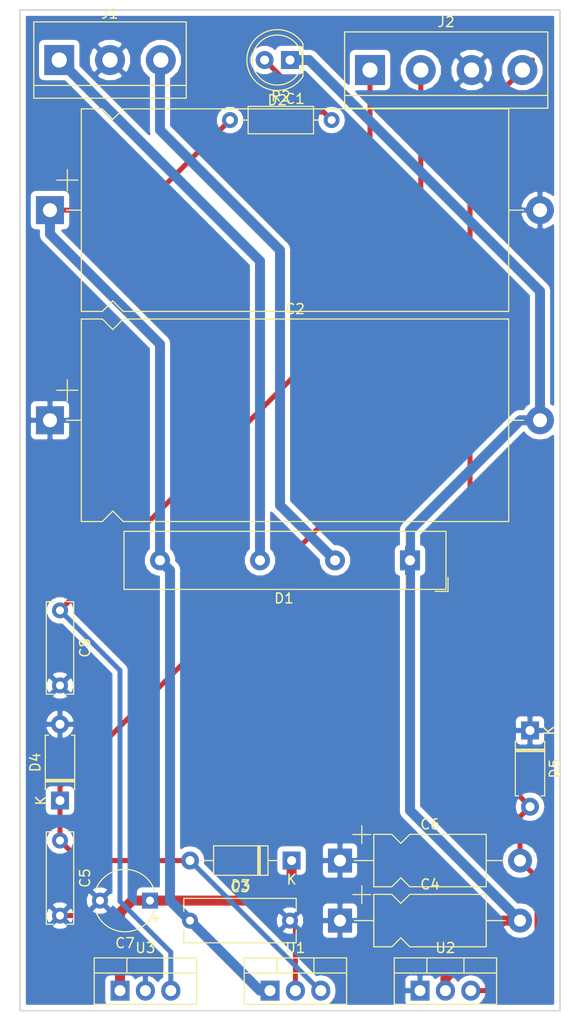
<source format=kicad_pcb>
(kicad_pcb (version 20171130) (host pcbnew "(5.0.0-3-g5ebb6b6)")

  (general
    (thickness 1.6)
    (drawings 5)
    (tracks 72)
    (zones 0)
    (modules 19)
    (nets 11)
  )

  (page A4)
  (layers
    (0 F.Cu signal)
    (31 B.Cu power)
    (33 F.Adhes user)
    (35 F.Paste user)
    (36 B.SilkS user)
    (37 F.SilkS user)
    (38 B.Mask user)
    (39 F.Mask user)
    (44 Edge.Cuts user)
    (45 Margin user)
    (46 B.CrtYd user)
    (47 F.CrtYd user)
    (49 F.Fab user)
  )

  (setup
    (last_trace_width 0.5)
    (trace_clearance 0.25)
    (zone_clearance 0.508)
    (zone_45_only no)
    (trace_min 0.2)
    (segment_width 0.2)
    (edge_width 0.15)
    (via_size 0.8)
    (via_drill 0.4)
    (via_min_size 0.4)
    (via_min_drill 0.3)
    (uvia_size 0.3)
    (uvia_drill 0.1)
    (uvias_allowed no)
    (uvia_min_size 0.2)
    (uvia_min_drill 0.1)
    (pcb_text_width 0.3)
    (pcb_text_size 1.5 1.5)
    (mod_edge_width 0.15)
    (mod_text_size 1 1)
    (mod_text_width 0.15)
    (pad_size 1.524 1.524)
    (pad_drill 0.762)
    (pad_to_mask_clearance 0.2)
    (aux_axis_origin 0 0)
    (visible_elements FFFFFF7F)
    (pcbplotparams
      (layerselection 0x010fc_ffffffff)
      (usegerberextensions false)
      (usegerberattributes false)
      (usegerberadvancedattributes false)
      (creategerberjobfile false)
      (excludeedgelayer true)
      (linewidth 0.100000)
      (plotframeref false)
      (viasonmask false)
      (mode 1)
      (useauxorigin false)
      (hpglpennumber 1)
      (hpglpenspeed 20)
      (hpglpendiameter 15.000000)
      (psnegative false)
      (psa4output false)
      (plotreference true)
      (plotvalue true)
      (plotinvisibletext false)
      (padsonsilk false)
      (subtractmaskfromsilk false)
      (outputformat 1)
      (mirror false)
      (drillshape 1)
      (scaleselection 1)
      (outputdirectory ""))
  )

  (net 0 "")
  (net 1 "Net-(C1-Pad1)")
  (net 2 "Net-(C2-Pad2)")
  (net 3 "Net-(C7-Pad1)")
  (net 4 "Net-(D1-Pad3)")
  (net 5 "Net-(D1-Pad2)")
  (net 6 "Net-(D2-Pad2)")
  (net 7 /GND)
  (net 8 /+12V)
  (net 9 /-12V)
  (net 10 /+5V)

  (net_class Default "This is the default net class."
    (clearance 0.25)
    (trace_width 0.5)
    (via_dia 0.8)
    (via_drill 0.4)
    (uvia_dia 0.3)
    (uvia_drill 0.1)
    (add_net /+12V)
    (add_net /+5V)
    (add_net /-12V)
    (add_net /GND)
    (add_net "Net-(D2-Pad2)")
  )

  (net_class current ""
    (clearance 0.25)
    (trace_width 1)
    (via_dia 0.8)
    (via_drill 0.4)
    (uvia_dia 0.3)
    (uvia_drill 0.1)
    (add_net "Net-(C1-Pad1)")
    (add_net "Net-(C2-Pad2)")
    (add_net "Net-(C7-Pad1)")
    (add_net "Net-(D1-Pad2)")
    (add_net "Net-(D1-Pad3)")
  )

  (module Capacitor_THT:CP_Axial_L42.5mm_D20.0mm_P49.00mm_Horizontal (layer F.Cu) (tedit 5AE50EF2) (tstamp 5C3EC3E0)
    (at 23 61)
    (descr "CP, Axial series, Axial, Horizontal, pin pitch=49mm, , length*diameter=42.5*20mm^2, Electrolytic Capacitor")
    (tags "CP Axial series Axial Horizontal pin pitch 49mm  length 42.5mm diameter 20mm Electrolytic Capacitor")
    (path /5C3A7BFD)
    (fp_text reference C2 (at 24.5 -11.12) (layer F.SilkS)
      (effects (font (size 1 1) (thickness 0.15)))
    )
    (fp_text value 4m7 (at 24.5 11.12) (layer F.Fab)
      (effects (font (size 1 1) (thickness 0.15)))
    )
    (fp_text user %R (at 24.5 0) (layer F.Fab)
      (effects (font (size 1 1) (thickness 0.15)))
    )
    (fp_line (start 50.65 -10.25) (end -1.65 -10.25) (layer F.CrtYd) (width 0.05))
    (fp_line (start 50.65 10.25) (end 50.65 -10.25) (layer F.CrtYd) (width 0.05))
    (fp_line (start -1.65 10.25) (end 50.65 10.25) (layer F.CrtYd) (width 0.05))
    (fp_line (start -1.65 -10.25) (end -1.65 10.25) (layer F.CrtYd) (width 0.05))
    (fp_line (start 47.36 0) (end 45.87 0) (layer F.SilkS) (width 0.12))
    (fp_line (start 1.64 0) (end 3.13 0) (layer F.SilkS) (width 0.12))
    (fp_line (start 7.33 10.12) (end 45.87 10.12) (layer F.SilkS) (width 0.12))
    (fp_line (start 6.28 9.07) (end 7.33 10.12) (layer F.SilkS) (width 0.12))
    (fp_line (start 5.23 10.12) (end 6.28 9.07) (layer F.SilkS) (width 0.12))
    (fp_line (start 3.13 10.12) (end 5.23 10.12) (layer F.SilkS) (width 0.12))
    (fp_line (start 7.33 -10.12) (end 45.87 -10.12) (layer F.SilkS) (width 0.12))
    (fp_line (start 6.28 -9.07) (end 7.33 -10.12) (layer F.SilkS) (width 0.12))
    (fp_line (start 5.23 -10.12) (end 6.28 -9.07) (layer F.SilkS) (width 0.12))
    (fp_line (start 3.13 -10.12) (end 5.23 -10.12) (layer F.SilkS) (width 0.12))
    (fp_line (start 45.87 -10.12) (end 45.87 10.12) (layer F.SilkS) (width 0.12))
    (fp_line (start 3.13 -10.12) (end 3.13 10.12) (layer F.SilkS) (width 0.12))
    (fp_line (start 1.73 -4.05) (end 1.73 -1.95) (layer F.SilkS) (width 0.12))
    (fp_line (start 0.68 -3) (end 2.78 -3) (layer F.SilkS) (width 0.12))
    (fp_line (start 6.3 -1.05) (end 6.3 1.05) (layer F.Fab) (width 0.1))
    (fp_line (start 5.25 0) (end 7.35 0) (layer F.Fab) (width 0.1))
    (fp_line (start 49 0) (end 45.75 0) (layer F.Fab) (width 0.1))
    (fp_line (start 0 0) (end 3.25 0) (layer F.Fab) (width 0.1))
    (fp_line (start 7.33 10) (end 45.75 10) (layer F.Fab) (width 0.1))
    (fp_line (start 6.28 8.95) (end 7.33 10) (layer F.Fab) (width 0.1))
    (fp_line (start 5.23 10) (end 6.28 8.95) (layer F.Fab) (width 0.1))
    (fp_line (start 3.25 10) (end 5.23 10) (layer F.Fab) (width 0.1))
    (fp_line (start 7.33 -10) (end 45.75 -10) (layer F.Fab) (width 0.1))
    (fp_line (start 6.28 -8.95) (end 7.33 -10) (layer F.Fab) (width 0.1))
    (fp_line (start 5.23 -10) (end 6.28 -8.95) (layer F.Fab) (width 0.1))
    (fp_line (start 3.25 -10) (end 5.23 -10) (layer F.Fab) (width 0.1))
    (fp_line (start 45.75 -10) (end 45.75 10) (layer F.Fab) (width 0.1))
    (fp_line (start 3.25 -10) (end 3.25 10) (layer F.Fab) (width 0.1))
    (pad 2 thru_hole oval (at 49 0) (size 2.8 2.8) (drill 1.4) (layers *.Cu *.Mask)
      (net 2 "Net-(C2-Pad2)"))
    (pad 1 thru_hole rect (at 0 0) (size 2.8 2.8) (drill 1.4) (layers *.Cu *.Mask)
      (net 7 /GND))
    (model ${KISYS3DMOD}/Capacitor_THT.3dshapes/CP_Axial_L42.5mm_D20.0mm_P49.00mm_Horizontal.wrl
      (at (xyz 0 0 0))
      (scale (xyz 1 1 1))
      (rotate (xyz 0 0 0))
    )
  )

  (module Capacitor_THT:CP_Axial_L42.5mm_D20.0mm_P49.00mm_Horizontal (layer F.Cu) (tedit 5AE50EF2) (tstamp 5C3EC36E)
    (at 23 40)
    (descr "CP, Axial series, Axial, Horizontal, pin pitch=49mm, , length*diameter=42.5*20mm^2, Electrolytic Capacitor")
    (tags "CP Axial series Axial Horizontal pin pitch 49mm  length 42.5mm diameter 20mm Electrolytic Capacitor")
    (path /5C3A7B91)
    (fp_text reference C1 (at 24.5 -11.12) (layer F.SilkS)
      (effects (font (size 1 1) (thickness 0.15)))
    )
    (fp_text value 4m7 (at 24.5 11.12) (layer F.Fab)
      (effects (font (size 1 1) (thickness 0.15)))
    )
    (fp_line (start 3.25 -10) (end 3.25 10) (layer F.Fab) (width 0.1))
    (fp_line (start 45.75 -10) (end 45.75 10) (layer F.Fab) (width 0.1))
    (fp_line (start 3.25 -10) (end 5.23 -10) (layer F.Fab) (width 0.1))
    (fp_line (start 5.23 -10) (end 6.28 -8.95) (layer F.Fab) (width 0.1))
    (fp_line (start 6.28 -8.95) (end 7.33 -10) (layer F.Fab) (width 0.1))
    (fp_line (start 7.33 -10) (end 45.75 -10) (layer F.Fab) (width 0.1))
    (fp_line (start 3.25 10) (end 5.23 10) (layer F.Fab) (width 0.1))
    (fp_line (start 5.23 10) (end 6.28 8.95) (layer F.Fab) (width 0.1))
    (fp_line (start 6.28 8.95) (end 7.33 10) (layer F.Fab) (width 0.1))
    (fp_line (start 7.33 10) (end 45.75 10) (layer F.Fab) (width 0.1))
    (fp_line (start 0 0) (end 3.25 0) (layer F.Fab) (width 0.1))
    (fp_line (start 49 0) (end 45.75 0) (layer F.Fab) (width 0.1))
    (fp_line (start 5.25 0) (end 7.35 0) (layer F.Fab) (width 0.1))
    (fp_line (start 6.3 -1.05) (end 6.3 1.05) (layer F.Fab) (width 0.1))
    (fp_line (start 0.68 -3) (end 2.78 -3) (layer F.SilkS) (width 0.12))
    (fp_line (start 1.73 -4.05) (end 1.73 -1.95) (layer F.SilkS) (width 0.12))
    (fp_line (start 3.13 -10.12) (end 3.13 10.12) (layer F.SilkS) (width 0.12))
    (fp_line (start 45.87 -10.12) (end 45.87 10.12) (layer F.SilkS) (width 0.12))
    (fp_line (start 3.13 -10.12) (end 5.23 -10.12) (layer F.SilkS) (width 0.12))
    (fp_line (start 5.23 -10.12) (end 6.28 -9.07) (layer F.SilkS) (width 0.12))
    (fp_line (start 6.28 -9.07) (end 7.33 -10.12) (layer F.SilkS) (width 0.12))
    (fp_line (start 7.33 -10.12) (end 45.87 -10.12) (layer F.SilkS) (width 0.12))
    (fp_line (start 3.13 10.12) (end 5.23 10.12) (layer F.SilkS) (width 0.12))
    (fp_line (start 5.23 10.12) (end 6.28 9.07) (layer F.SilkS) (width 0.12))
    (fp_line (start 6.28 9.07) (end 7.33 10.12) (layer F.SilkS) (width 0.12))
    (fp_line (start 7.33 10.12) (end 45.87 10.12) (layer F.SilkS) (width 0.12))
    (fp_line (start 1.64 0) (end 3.13 0) (layer F.SilkS) (width 0.12))
    (fp_line (start 47.36 0) (end 45.87 0) (layer F.SilkS) (width 0.12))
    (fp_line (start -1.65 -10.25) (end -1.65 10.25) (layer F.CrtYd) (width 0.05))
    (fp_line (start -1.65 10.25) (end 50.65 10.25) (layer F.CrtYd) (width 0.05))
    (fp_line (start 50.65 10.25) (end 50.65 -10.25) (layer F.CrtYd) (width 0.05))
    (fp_line (start 50.65 -10.25) (end -1.65 -10.25) (layer F.CrtYd) (width 0.05))
    (fp_text user %R (at 24.5 0) (layer F.Fab)
      (effects (font (size 1 1) (thickness 0.15)))
    )
    (pad 1 thru_hole rect (at 0 0) (size 2.8 2.8) (drill 1.4) (layers *.Cu *.Mask)
      (net 1 "Net-(C1-Pad1)"))
    (pad 2 thru_hole oval (at 49 0) (size 2.8 2.8) (drill 1.4) (layers *.Cu *.Mask)
      (net 7 /GND))
    (model ${KISYS3DMOD}/Capacitor_THT.3dshapes/CP_Axial_L42.5mm_D20.0mm_P49.00mm_Horizontal.wrl
      (at (xyz 0 0 0))
      (scale (xyz 1 1 1))
      (rotate (xyz 0 0 0))
    )
  )

  (module Capacitor_THT:C_Rect_L11.0mm_W4.2mm_P10.00mm_MKT (layer F.Cu) (tedit 5AE50EF0) (tstamp 5C3ECAAE)
    (at 37 111)
    (descr "C, Rect series, Radial, pin pitch=10.00mm, , length*width=11.0*4.2mm^2, Capacitor, https://en.tdk.eu/inf/20/20/db/fc_2009/MKT_B32560_564.pdf")
    (tags "C Rect series Radial pin pitch 10.00mm  length 11.0mm width 4.2mm Capacitor")
    (path /5C3A7896)
    (fp_text reference C3 (at 5 -3.35) (layer F.SilkS)
      (effects (font (size 1 1) (thickness 0.15)))
    )
    (fp_text value 330n (at 5 3.35) (layer F.Fab)
      (effects (font (size 1 1) (thickness 0.15)))
    )
    (fp_line (start -0.5 -2.1) (end -0.5 2.1) (layer F.Fab) (width 0.1))
    (fp_line (start -0.5 2.1) (end 10.5 2.1) (layer F.Fab) (width 0.1))
    (fp_line (start 10.5 2.1) (end 10.5 -2.1) (layer F.Fab) (width 0.1))
    (fp_line (start 10.5 -2.1) (end -0.5 -2.1) (layer F.Fab) (width 0.1))
    (fp_line (start -0.62 -2.22) (end 10.62 -2.22) (layer F.SilkS) (width 0.12))
    (fp_line (start -0.62 2.22) (end 10.62 2.22) (layer F.SilkS) (width 0.12))
    (fp_line (start -0.62 -2.22) (end -0.62 -0.925) (layer F.SilkS) (width 0.12))
    (fp_line (start -0.62 0.925) (end -0.62 2.22) (layer F.SilkS) (width 0.12))
    (fp_line (start 10.62 -2.22) (end 10.62 -0.925) (layer F.SilkS) (width 0.12))
    (fp_line (start 10.62 0.925) (end 10.62 2.22) (layer F.SilkS) (width 0.12))
    (fp_line (start -1.05 -2.35) (end -1.05 2.35) (layer F.CrtYd) (width 0.05))
    (fp_line (start -1.05 2.35) (end 11.05 2.35) (layer F.CrtYd) (width 0.05))
    (fp_line (start 11.05 2.35) (end 11.05 -2.35) (layer F.CrtYd) (width 0.05))
    (fp_line (start 11.05 -2.35) (end -1.05 -2.35) (layer F.CrtYd) (width 0.05))
    (fp_text user %R (at 5 0) (layer F.Fab)
      (effects (font (size 1 1) (thickness 0.15)))
    )
    (pad 1 thru_hole circle (at 0 0) (size 1.6 1.6) (drill 0.8) (layers *.Cu *.Mask)
      (net 1 "Net-(C1-Pad1)"))
    (pad 2 thru_hole circle (at 10 0) (size 1.6 1.6) (drill 0.8) (layers *.Cu *.Mask)
      (net 7 /GND))
    (model ${KISYS3DMOD}/Capacitor_THT.3dshapes/C_Rect_L11.0mm_W4.2mm_P10.00mm_MKT.wrl
      (at (xyz 0 0 0))
      (scale (xyz 1 1 1))
      (rotate (xyz 0 0 0))
    )
  )

  (module Capacitor_THT:CP_Axial_L11.0mm_D5.0mm_P18.00mm_Horizontal (layer F.Cu) (tedit 5AE50EF2) (tstamp 5C3ECA4E)
    (at 52 111)
    (descr "CP, Axial series, Axial, Horizontal, pin pitch=18mm, , length*diameter=11*5mm^2, Electrolytic Capacitor")
    (tags "CP Axial series Axial Horizontal pin pitch 18mm  length 11mm diameter 5mm Electrolytic Capacitor")
    (path /5C3A7D3F)
    (fp_text reference C4 (at 9 -3.62) (layer F.SilkS)
      (effects (font (size 1 1) (thickness 0.15)))
    )
    (fp_text value "2µ2 tant" (at 9 3.62) (layer F.Fab)
      (effects (font (size 1 1) (thickness 0.15)))
    )
    (fp_line (start 3.5 -2.5) (end 3.5 2.5) (layer F.Fab) (width 0.1))
    (fp_line (start 14.5 -2.5) (end 14.5 2.5) (layer F.Fab) (width 0.1))
    (fp_line (start 3.5 -2.5) (end 5.18 -2.5) (layer F.Fab) (width 0.1))
    (fp_line (start 5.18 -2.5) (end 6.08 -1.6) (layer F.Fab) (width 0.1))
    (fp_line (start 6.08 -1.6) (end 6.98 -2.5) (layer F.Fab) (width 0.1))
    (fp_line (start 6.98 -2.5) (end 14.5 -2.5) (layer F.Fab) (width 0.1))
    (fp_line (start 3.5 2.5) (end 5.18 2.5) (layer F.Fab) (width 0.1))
    (fp_line (start 5.18 2.5) (end 6.08 1.6) (layer F.Fab) (width 0.1))
    (fp_line (start 6.08 1.6) (end 6.98 2.5) (layer F.Fab) (width 0.1))
    (fp_line (start 6.98 2.5) (end 14.5 2.5) (layer F.Fab) (width 0.1))
    (fp_line (start 0 0) (end 3.5 0) (layer F.Fab) (width 0.1))
    (fp_line (start 18 0) (end 14.5 0) (layer F.Fab) (width 0.1))
    (fp_line (start 5.2 0) (end 7 0) (layer F.Fab) (width 0.1))
    (fp_line (start 6.1 -0.9) (end 6.1 0.9) (layer F.Fab) (width 0.1))
    (fp_line (start 1.28 -2.6) (end 3.08 -2.6) (layer F.SilkS) (width 0.12))
    (fp_line (start 2.18 -3.5) (end 2.18 -1.7) (layer F.SilkS) (width 0.12))
    (fp_line (start 3.38 -2.62) (end 3.38 2.62) (layer F.SilkS) (width 0.12))
    (fp_line (start 14.62 -2.62) (end 14.62 2.62) (layer F.SilkS) (width 0.12))
    (fp_line (start 3.38 -2.62) (end 5.18 -2.62) (layer F.SilkS) (width 0.12))
    (fp_line (start 5.18 -2.62) (end 6.08 -1.72) (layer F.SilkS) (width 0.12))
    (fp_line (start 6.08 -1.72) (end 6.98 -2.62) (layer F.SilkS) (width 0.12))
    (fp_line (start 6.98 -2.62) (end 14.62 -2.62) (layer F.SilkS) (width 0.12))
    (fp_line (start 3.38 2.62) (end 5.18 2.62) (layer F.SilkS) (width 0.12))
    (fp_line (start 5.18 2.62) (end 6.08 1.72) (layer F.SilkS) (width 0.12))
    (fp_line (start 6.08 1.72) (end 6.98 2.62) (layer F.SilkS) (width 0.12))
    (fp_line (start 6.98 2.62) (end 14.62 2.62) (layer F.SilkS) (width 0.12))
    (fp_line (start 1.44 0) (end 3.38 0) (layer F.SilkS) (width 0.12))
    (fp_line (start 16.56 0) (end 14.62 0) (layer F.SilkS) (width 0.12))
    (fp_line (start -1.45 -2.75) (end -1.45 2.75) (layer F.CrtYd) (width 0.05))
    (fp_line (start -1.45 2.75) (end 19.45 2.75) (layer F.CrtYd) (width 0.05))
    (fp_line (start 19.45 2.75) (end 19.45 -2.75) (layer F.CrtYd) (width 0.05))
    (fp_line (start 19.45 -2.75) (end -1.45 -2.75) (layer F.CrtYd) (width 0.05))
    (fp_text user %R (at 9 0) (layer F.Fab)
      (effects (font (size 1 1) (thickness 0.15)))
    )
    (pad 1 thru_hole rect (at 0 0) (size 2.4 2.4) (drill 1.2) (layers *.Cu *.Mask)
      (net 7 /GND))
    (pad 2 thru_hole oval (at 18 0) (size 2.4 2.4) (drill 1.2) (layers *.Cu *.Mask)
      (net 2 "Net-(C2-Pad2)"))
    (model ${KISYS3DMOD}/Capacitor_THT.3dshapes/CP_Axial_L11.0mm_D5.0mm_P18.00mm_Horizontal.wrl
      (at (xyz 0 0 0))
      (scale (xyz 1 1 1))
      (rotate (xyz 0 0 0))
    )
  )

  (module Capacitor_THT:C_Rect_L9.0mm_W2.5mm_P7.50mm_MKT (layer F.Cu) (tedit 5AE50EF0) (tstamp 5C3A5CDE)
    (at 24 103 270)
    (descr "C, Rect series, Radial, pin pitch=7.50mm, , length*width=9*2.5mm^2, Capacitor, https://en.tdk.eu/inf/20/20/db/fc_2009/MKT_B32560_564.pdf")
    (tags "C Rect series Radial pin pitch 7.50mm  length 9mm width 2.5mm Capacitor")
    (path /5C3A7971)
    (fp_text reference C5 (at 3.75 -2.5 270) (layer F.SilkS)
      (effects (font (size 1 1) (thickness 0.15)))
    )
    (fp_text value 100n (at 3.75 2.5 270) (layer F.Fab)
      (effects (font (size 1 1) (thickness 0.15)))
    )
    (fp_text user %R (at 3.75 0 270) (layer F.Fab)
      (effects (font (size 1 1) (thickness 0.15)))
    )
    (fp_line (start 8.55 -1.5) (end -1.05 -1.5) (layer F.CrtYd) (width 0.05))
    (fp_line (start 8.55 1.5) (end 8.55 -1.5) (layer F.CrtYd) (width 0.05))
    (fp_line (start -1.05 1.5) (end 8.55 1.5) (layer F.CrtYd) (width 0.05))
    (fp_line (start -1.05 -1.5) (end -1.05 1.5) (layer F.CrtYd) (width 0.05))
    (fp_line (start 8.37 0.665) (end 8.37 1.37) (layer F.SilkS) (width 0.12))
    (fp_line (start 8.37 -1.37) (end 8.37 -0.665) (layer F.SilkS) (width 0.12))
    (fp_line (start -0.87 0.665) (end -0.87 1.37) (layer F.SilkS) (width 0.12))
    (fp_line (start -0.87 -1.37) (end -0.87 -0.665) (layer F.SilkS) (width 0.12))
    (fp_line (start -0.87 1.37) (end 8.37 1.37) (layer F.SilkS) (width 0.12))
    (fp_line (start -0.87 -1.37) (end 8.37 -1.37) (layer F.SilkS) (width 0.12))
    (fp_line (start 8.25 -1.25) (end -0.75 -1.25) (layer F.Fab) (width 0.1))
    (fp_line (start 8.25 1.25) (end 8.25 -1.25) (layer F.Fab) (width 0.1))
    (fp_line (start -0.75 1.25) (end 8.25 1.25) (layer F.Fab) (width 0.1))
    (fp_line (start -0.75 -1.25) (end -0.75 1.25) (layer F.Fab) (width 0.1))
    (pad 2 thru_hole circle (at 7.5 0 270) (size 1.6 1.6) (drill 0.8) (layers *.Cu *.Mask)
      (net 7 /GND))
    (pad 1 thru_hole circle (at 0 0 270) (size 1.6 1.6) (drill 0.8) (layers *.Cu *.Mask)
      (net 8 /+12V))
    (model ${KISYS3DMOD}/Capacitor_THT.3dshapes/C_Rect_L9.0mm_W2.5mm_P7.50mm_MKT.wrl
      (at (xyz 0 0 0))
      (scale (xyz 1 1 1))
      (rotate (xyz 0 0 0))
    )
  )

  (module Capacitor_THT:CP_Axial_L11.0mm_D5.0mm_P18.00mm_Horizontal (layer F.Cu) (tedit 5AE50EF2) (tstamp 5C3A5D05)
    (at 52 105)
    (descr "CP, Axial series, Axial, Horizontal, pin pitch=18mm, , length*diameter=11*5mm^2, Electrolytic Capacitor")
    (tags "CP Axial series Axial Horizontal pin pitch 18mm  length 11mm diameter 5mm Electrolytic Capacitor")
    (path /5C3A7D9D)
    (fp_text reference C6 (at 9 -3.62) (layer F.SilkS)
      (effects (font (size 1 1) (thickness 0.15)))
    )
    (fp_text value 1µ (at 9 3.62) (layer F.Fab)
      (effects (font (size 1 1) (thickness 0.15)))
    )
    (fp_text user %R (at 9 0) (layer F.Fab)
      (effects (font (size 1 1) (thickness 0.15)))
    )
    (fp_line (start 19.45 -2.75) (end -1.45 -2.75) (layer F.CrtYd) (width 0.05))
    (fp_line (start 19.45 2.75) (end 19.45 -2.75) (layer F.CrtYd) (width 0.05))
    (fp_line (start -1.45 2.75) (end 19.45 2.75) (layer F.CrtYd) (width 0.05))
    (fp_line (start -1.45 -2.75) (end -1.45 2.75) (layer F.CrtYd) (width 0.05))
    (fp_line (start 16.56 0) (end 14.62 0) (layer F.SilkS) (width 0.12))
    (fp_line (start 1.44 0) (end 3.38 0) (layer F.SilkS) (width 0.12))
    (fp_line (start 6.98 2.62) (end 14.62 2.62) (layer F.SilkS) (width 0.12))
    (fp_line (start 6.08 1.72) (end 6.98 2.62) (layer F.SilkS) (width 0.12))
    (fp_line (start 5.18 2.62) (end 6.08 1.72) (layer F.SilkS) (width 0.12))
    (fp_line (start 3.38 2.62) (end 5.18 2.62) (layer F.SilkS) (width 0.12))
    (fp_line (start 6.98 -2.62) (end 14.62 -2.62) (layer F.SilkS) (width 0.12))
    (fp_line (start 6.08 -1.72) (end 6.98 -2.62) (layer F.SilkS) (width 0.12))
    (fp_line (start 5.18 -2.62) (end 6.08 -1.72) (layer F.SilkS) (width 0.12))
    (fp_line (start 3.38 -2.62) (end 5.18 -2.62) (layer F.SilkS) (width 0.12))
    (fp_line (start 14.62 -2.62) (end 14.62 2.62) (layer F.SilkS) (width 0.12))
    (fp_line (start 3.38 -2.62) (end 3.38 2.62) (layer F.SilkS) (width 0.12))
    (fp_line (start 2.18 -3.5) (end 2.18 -1.7) (layer F.SilkS) (width 0.12))
    (fp_line (start 1.28 -2.6) (end 3.08 -2.6) (layer F.SilkS) (width 0.12))
    (fp_line (start 6.1 -0.9) (end 6.1 0.9) (layer F.Fab) (width 0.1))
    (fp_line (start 5.2 0) (end 7 0) (layer F.Fab) (width 0.1))
    (fp_line (start 18 0) (end 14.5 0) (layer F.Fab) (width 0.1))
    (fp_line (start 0 0) (end 3.5 0) (layer F.Fab) (width 0.1))
    (fp_line (start 6.98 2.5) (end 14.5 2.5) (layer F.Fab) (width 0.1))
    (fp_line (start 6.08 1.6) (end 6.98 2.5) (layer F.Fab) (width 0.1))
    (fp_line (start 5.18 2.5) (end 6.08 1.6) (layer F.Fab) (width 0.1))
    (fp_line (start 3.5 2.5) (end 5.18 2.5) (layer F.Fab) (width 0.1))
    (fp_line (start 6.98 -2.5) (end 14.5 -2.5) (layer F.Fab) (width 0.1))
    (fp_line (start 6.08 -1.6) (end 6.98 -2.5) (layer F.Fab) (width 0.1))
    (fp_line (start 5.18 -2.5) (end 6.08 -1.6) (layer F.Fab) (width 0.1))
    (fp_line (start 3.5 -2.5) (end 5.18 -2.5) (layer F.Fab) (width 0.1))
    (fp_line (start 14.5 -2.5) (end 14.5 2.5) (layer F.Fab) (width 0.1))
    (fp_line (start 3.5 -2.5) (end 3.5 2.5) (layer F.Fab) (width 0.1))
    (pad 2 thru_hole oval (at 18 0) (size 2.4 2.4) (drill 1.2) (layers *.Cu *.Mask)
      (net 9 /-12V))
    (pad 1 thru_hole rect (at 0 0) (size 2.4 2.4) (drill 1.2) (layers *.Cu *.Mask)
      (net 7 /GND))
    (model ${KISYS3DMOD}/Capacitor_THT.3dshapes/CP_Axial_L11.0mm_D5.0mm_P18.00mm_Horizontal.wrl
      (at (xyz 0 0 0))
      (scale (xyz 1 1 1))
      (rotate (xyz 0 0 0))
    )
  )

  (module Capacitor_THT:CP_Radial_Tantal_D6.0mm_P5.00mm (layer F.Cu) (tedit 5AE50EF0) (tstamp 5C3ECB79)
    (at 33 109 180)
    (descr "CP, Radial_Tantal series, Radial, pin pitch=5.00mm, , diameter=6.0mm, Tantal Electrolytic Capacitor, http://cdn-reichelt.de/documents/datenblatt/B300/TANTAL-TB-Serie%23.pdf")
    (tags "CP Radial_Tantal series Radial pin pitch 5.00mm  diameter 6.0mm Tantal Electrolytic Capacitor")
    (path /5C3A7E0E)
    (fp_text reference C7 (at 2.5 -4.25 180) (layer F.SilkS)
      (effects (font (size 1 1) (thickness 0.15)))
    )
    (fp_text value "22µ tant" (at 2.5 4.25 180) (layer F.Fab)
      (effects (font (size 1 1) (thickness 0.15)))
    )
    (fp_arc (start 2.5 0) (end -0.434416 -1.06) (angle 140.277494) (layer F.SilkS) (width 0.12))
    (fp_arc (start 2.5 0) (end -0.434416 1.06) (angle -140.277494) (layer F.SilkS) (width 0.12))
    (fp_circle (center 2.5 0) (end 5.5 0) (layer F.Fab) (width 0.1))
    (fp_circle (center 2.5 0) (end 6.22 0) (layer F.CrtYd) (width 0.05))
    (fp_line (start -0.064656 -1.3075) (end 0.535344 -1.3075) (layer F.Fab) (width 0.1))
    (fp_line (start 0.235344 -1.6075) (end 0.235344 -1.0075) (layer F.Fab) (width 0.1))
    (fp_line (start -0.839749 -1.755) (end -0.239749 -1.755) (layer F.SilkS) (width 0.12))
    (fp_line (start -0.539749 -2.055) (end -0.539749 -1.455) (layer F.SilkS) (width 0.12))
    (fp_text user %R (at 2.5 0 180) (layer F.Fab)
      (effects (font (size 1 1) (thickness 0.15)))
    )
    (pad 1 thru_hole rect (at 0 0 180) (size 1.6 1.6) (drill 0.8) (layers *.Cu *.Mask)
      (net 3 "Net-(C7-Pad1)"))
    (pad 2 thru_hole circle (at 5 0 180) (size 1.6 1.6) (drill 0.8) (layers *.Cu *.Mask)
      (net 7 /GND))
    (model ${KISYS3DMOD}/Capacitor_THT.3dshapes/CP_Radial_Tantal_D6.0mm_P5.00mm.wrl
      (at (xyz 0 0 0))
      (scale (xyz 1 1 1))
      (rotate (xyz 0 0 0))
    )
  )

  (module Capacitor_THT:C_Rect_L9.0mm_W2.5mm_P7.50mm_MKT (layer F.Cu) (tedit 5AE50EF0) (tstamp 5C3A5D29)
    (at 24 80 270)
    (descr "C, Rect series, Radial, pin pitch=7.50mm, , length*width=9*2.5mm^2, Capacitor, https://en.tdk.eu/inf/20/20/db/fc_2009/MKT_B32560_564.pdf")
    (tags "C Rect series Radial pin pitch 7.50mm  length 9mm width 2.5mm Capacitor")
    (path /5C3A7902)
    (fp_text reference C8 (at 3.75 -2.5 270) (layer F.SilkS)
      (effects (font (size 1 1) (thickness 0.15)))
    )
    (fp_text value 100n (at 3.75 2.5 270) (layer F.Fab)
      (effects (font (size 1 1) (thickness 0.15)))
    )
    (fp_line (start -0.75 -1.25) (end -0.75 1.25) (layer F.Fab) (width 0.1))
    (fp_line (start -0.75 1.25) (end 8.25 1.25) (layer F.Fab) (width 0.1))
    (fp_line (start 8.25 1.25) (end 8.25 -1.25) (layer F.Fab) (width 0.1))
    (fp_line (start 8.25 -1.25) (end -0.75 -1.25) (layer F.Fab) (width 0.1))
    (fp_line (start -0.87 -1.37) (end 8.37 -1.37) (layer F.SilkS) (width 0.12))
    (fp_line (start -0.87 1.37) (end 8.37 1.37) (layer F.SilkS) (width 0.12))
    (fp_line (start -0.87 -1.37) (end -0.87 -0.665) (layer F.SilkS) (width 0.12))
    (fp_line (start -0.87 0.665) (end -0.87 1.37) (layer F.SilkS) (width 0.12))
    (fp_line (start 8.37 -1.37) (end 8.37 -0.665) (layer F.SilkS) (width 0.12))
    (fp_line (start 8.37 0.665) (end 8.37 1.37) (layer F.SilkS) (width 0.12))
    (fp_line (start -1.05 -1.5) (end -1.05 1.5) (layer F.CrtYd) (width 0.05))
    (fp_line (start -1.05 1.5) (end 8.55 1.5) (layer F.CrtYd) (width 0.05))
    (fp_line (start 8.55 1.5) (end 8.55 -1.5) (layer F.CrtYd) (width 0.05))
    (fp_line (start 8.55 -1.5) (end -1.05 -1.5) (layer F.CrtYd) (width 0.05))
    (fp_text user %R (at 3.75 0 270) (layer F.Fab)
      (effects (font (size 1 1) (thickness 0.15)))
    )
    (pad 1 thru_hole circle (at 0 0 270) (size 1.6 1.6) (drill 0.8) (layers *.Cu *.Mask)
      (net 10 /+5V))
    (pad 2 thru_hole circle (at 7.5 0 270) (size 1.6 1.6) (drill 0.8) (layers *.Cu *.Mask)
      (net 7 /GND))
    (model ${KISYS3DMOD}/Capacitor_THT.3dshapes/C_Rect_L9.0mm_W2.5mm_P7.50mm_MKT.wrl
      (at (xyz 0 0 0))
      (scale (xyz 1 1 1))
      (rotate (xyz 0 0 0))
    )
  )

  (module LED_THT:LED_D5.0mm_FlatTop (layer F.Cu) (tedit 5880A862) (tstamp 5C3A5D55)
    (at 47 25 180)
    (descr "LED, Round, FlatTop, diameter 5.0mm, 2 pins, http://www.kingbright.com/attachments/file/psearch/000/00/00/L-483GDT(Ver.15B).pdf")
    (tags "LED Round FlatTop diameter 5.0mm 2 pins")
    (path /5C3A7649)
    (fp_text reference D2 (at 1.27 -4.01 180) (layer F.SilkS)
      (effects (font (size 1 1) (thickness 0.15)))
    )
    (fp_text value LED (at 1.27 4.01 180) (layer F.Fab)
      (effects (font (size 1 1) (thickness 0.15)))
    )
    (fp_arc (start 1.27 0) (end -1.23 -1.566046) (angle 295.9) (layer F.Fab) (width 0.1))
    (fp_arc (start 1.27 0) (end -1.29 -1.639512) (angle 147.4) (layer F.SilkS) (width 0.12))
    (fp_arc (start 1.27 0) (end -1.29 1.639512) (angle -147.4) (layer F.SilkS) (width 0.12))
    (fp_circle (center 1.27 0) (end 3.77 0) (layer F.Fab) (width 0.1))
    (fp_circle (center 1.27 0) (end 3.77 0) (layer F.SilkS) (width 0.12))
    (fp_line (start -1.23 -1.566046) (end -1.23 1.566046) (layer F.Fab) (width 0.1))
    (fp_line (start -1.29 -1.64) (end -1.29 1.64) (layer F.SilkS) (width 0.12))
    (fp_line (start -2 -3.3) (end -2 3.3) (layer F.CrtYd) (width 0.05))
    (fp_line (start -2 3.3) (end 4.55 3.3) (layer F.CrtYd) (width 0.05))
    (fp_line (start 4.55 3.3) (end 4.55 -3.3) (layer F.CrtYd) (width 0.05))
    (fp_line (start 4.55 -3.3) (end -2 -3.3) (layer F.CrtYd) (width 0.05))
    (pad 1 thru_hole rect (at 0 0 180) (size 1.8 1.8) (drill 0.9) (layers *.Cu *.Mask)
      (net 2 "Net-(C2-Pad2)"))
    (pad 2 thru_hole circle (at 2.54 0 180) (size 1.8 1.8) (drill 0.9) (layers *.Cu *.Mask)
      (net 6 "Net-(D2-Pad2)"))
    (model ${KISYS3DMOD}/LED_THT.3dshapes/LED_D5.0mm_FlatTop.wrl
      (at (xyz 0 0 0))
      (scale (xyz 1 1 1))
      (rotate (xyz 0 0 0))
    )
  )

  (module Diode_THT:D_A-405_P10.16mm_Horizontal (layer F.Cu) (tedit 5AE50CD5) (tstamp 5C3A5D74)
    (at 47.16 105 180)
    (descr "Diode, A-405 series, Axial, Horizontal, pin pitch=10.16mm, , length*diameter=5.2*2.7mm^2, , http://www.diodes.com/_files/packages/A-405.pdf")
    (tags "Diode A-405 series Axial Horizontal pin pitch 10.16mm  length 5.2mm diameter 2.7mm")
    (path /5C3A843E)
    (fp_text reference D3 (at 5.08 -2.47 180) (layer F.SilkS)
      (effects (font (size 1 1) (thickness 0.15)))
    )
    (fp_text value 1N4001 (at 5.08 2.47 180) (layer F.Fab)
      (effects (font (size 1 1) (thickness 0.15)))
    )
    (fp_line (start 2.48 -1.35) (end 2.48 1.35) (layer F.Fab) (width 0.1))
    (fp_line (start 2.48 1.35) (end 7.68 1.35) (layer F.Fab) (width 0.1))
    (fp_line (start 7.68 1.35) (end 7.68 -1.35) (layer F.Fab) (width 0.1))
    (fp_line (start 7.68 -1.35) (end 2.48 -1.35) (layer F.Fab) (width 0.1))
    (fp_line (start 0 0) (end 2.48 0) (layer F.Fab) (width 0.1))
    (fp_line (start 10.16 0) (end 7.68 0) (layer F.Fab) (width 0.1))
    (fp_line (start 3.26 -1.35) (end 3.26 1.35) (layer F.Fab) (width 0.1))
    (fp_line (start 3.36 -1.35) (end 3.36 1.35) (layer F.Fab) (width 0.1))
    (fp_line (start 3.16 -1.35) (end 3.16 1.35) (layer F.Fab) (width 0.1))
    (fp_line (start 2.36 -1.47) (end 2.36 1.47) (layer F.SilkS) (width 0.12))
    (fp_line (start 2.36 1.47) (end 7.8 1.47) (layer F.SilkS) (width 0.12))
    (fp_line (start 7.8 1.47) (end 7.8 -1.47) (layer F.SilkS) (width 0.12))
    (fp_line (start 7.8 -1.47) (end 2.36 -1.47) (layer F.SilkS) (width 0.12))
    (fp_line (start 1.14 0) (end 2.36 0) (layer F.SilkS) (width 0.12))
    (fp_line (start 9.02 0) (end 7.8 0) (layer F.SilkS) (width 0.12))
    (fp_line (start 3.26 -1.47) (end 3.26 1.47) (layer F.SilkS) (width 0.12))
    (fp_line (start 3.38 -1.47) (end 3.38 1.47) (layer F.SilkS) (width 0.12))
    (fp_line (start 3.14 -1.47) (end 3.14 1.47) (layer F.SilkS) (width 0.12))
    (fp_line (start -1.15 -1.6) (end -1.15 1.6) (layer F.CrtYd) (width 0.05))
    (fp_line (start -1.15 1.6) (end 11.31 1.6) (layer F.CrtYd) (width 0.05))
    (fp_line (start 11.31 1.6) (end 11.31 -1.6) (layer F.CrtYd) (width 0.05))
    (fp_line (start 11.31 -1.6) (end -1.15 -1.6) (layer F.CrtYd) (width 0.05))
    (fp_text user %R (at 5.47 0 180) (layer F.Fab)
      (effects (font (size 1 1) (thickness 0.15)))
    )
    (fp_text user K (at 0 -1.9 180) (layer F.Fab)
      (effects (font (size 1 1) (thickness 0.15)))
    )
    (fp_text user K (at 0 -1.9 180) (layer F.SilkS)
      (effects (font (size 1 1) (thickness 0.15)))
    )
    (pad 1 thru_hole rect (at 0 0 180) (size 1.8 1.8) (drill 0.9) (layers *.Cu *.Mask)
      (net 3 "Net-(C7-Pad1)"))
    (pad 2 thru_hole oval (at 10.16 0 180) (size 1.8 1.8) (drill 0.9) (layers *.Cu *.Mask)
      (net 8 /+12V))
    (model ${KISYS3DMOD}/Diode_THT.3dshapes/D_A-405_P10.16mm_Horizontal.wrl
      (at (xyz 0 0 0))
      (scale (xyz 1 1 1))
      (rotate (xyz 0 0 0))
    )
  )

  (module Diode_THT:D_A-405_P7.62mm_Horizontal (layer F.Cu) (tedit 5AE50CD5) (tstamp 5C3A5D93)
    (at 24 99 90)
    (descr "Diode, A-405 series, Axial, Horizontal, pin pitch=7.62mm, , length*diameter=5.2*2.7mm^2, , http://www.diodes.com/_files/packages/A-405.pdf")
    (tags "Diode A-405 series Axial Horizontal pin pitch 7.62mm  length 5.2mm diameter 2.7mm")
    (path /5C3A8396)
    (fp_text reference D4 (at 3.81 -2.47 90) (layer F.SilkS)
      (effects (font (size 1 1) (thickness 0.15)))
    )
    (fp_text value BYV10 (at 3.81 2.47 90) (layer F.Fab)
      (effects (font (size 1 1) (thickness 0.15)))
    )
    (fp_text user K (at 0 -1.9 90) (layer F.SilkS)
      (effects (font (size 1 1) (thickness 0.15)))
    )
    (fp_text user K (at 0 -1.9 90) (layer F.Fab)
      (effects (font (size 1 1) (thickness 0.15)))
    )
    (fp_text user %R (at 4.2 0 90) (layer F.Fab)
      (effects (font (size 1 1) (thickness 0.15)))
    )
    (fp_line (start 8.77 -1.6) (end -1.15 -1.6) (layer F.CrtYd) (width 0.05))
    (fp_line (start 8.77 1.6) (end 8.77 -1.6) (layer F.CrtYd) (width 0.05))
    (fp_line (start -1.15 1.6) (end 8.77 1.6) (layer F.CrtYd) (width 0.05))
    (fp_line (start -1.15 -1.6) (end -1.15 1.6) (layer F.CrtYd) (width 0.05))
    (fp_line (start 1.87 -1.47) (end 1.87 1.47) (layer F.SilkS) (width 0.12))
    (fp_line (start 2.11 -1.47) (end 2.11 1.47) (layer F.SilkS) (width 0.12))
    (fp_line (start 1.99 -1.47) (end 1.99 1.47) (layer F.SilkS) (width 0.12))
    (fp_line (start 6.53 1.47) (end 6.53 1.14) (layer F.SilkS) (width 0.12))
    (fp_line (start 1.09 1.47) (end 6.53 1.47) (layer F.SilkS) (width 0.12))
    (fp_line (start 1.09 1.14) (end 1.09 1.47) (layer F.SilkS) (width 0.12))
    (fp_line (start 6.53 -1.47) (end 6.53 -1.14) (layer F.SilkS) (width 0.12))
    (fp_line (start 1.09 -1.47) (end 6.53 -1.47) (layer F.SilkS) (width 0.12))
    (fp_line (start 1.09 -1.14) (end 1.09 -1.47) (layer F.SilkS) (width 0.12))
    (fp_line (start 1.89 -1.35) (end 1.89 1.35) (layer F.Fab) (width 0.1))
    (fp_line (start 2.09 -1.35) (end 2.09 1.35) (layer F.Fab) (width 0.1))
    (fp_line (start 1.99 -1.35) (end 1.99 1.35) (layer F.Fab) (width 0.1))
    (fp_line (start 7.62 0) (end 6.41 0) (layer F.Fab) (width 0.1))
    (fp_line (start 0 0) (end 1.21 0) (layer F.Fab) (width 0.1))
    (fp_line (start 6.41 -1.35) (end 1.21 -1.35) (layer F.Fab) (width 0.1))
    (fp_line (start 6.41 1.35) (end 6.41 -1.35) (layer F.Fab) (width 0.1))
    (fp_line (start 1.21 1.35) (end 6.41 1.35) (layer F.Fab) (width 0.1))
    (fp_line (start 1.21 -1.35) (end 1.21 1.35) (layer F.Fab) (width 0.1))
    (pad 2 thru_hole oval (at 7.62 0 90) (size 1.8 1.8) (drill 0.9) (layers *.Cu *.Mask)
      (net 7 /GND))
    (pad 1 thru_hole rect (at 0 0 90) (size 1.8 1.8) (drill 0.9) (layers *.Cu *.Mask)
      (net 8 /+12V))
    (model ${KISYS3DMOD}/Diode_THT.3dshapes/D_A-405_P7.62mm_Horizontal.wrl
      (at (xyz 0 0 0))
      (scale (xyz 1 1 1))
      (rotate (xyz 0 0 0))
    )
  )

  (module Diode_THT:D_A-405_P7.62mm_Horizontal (layer F.Cu) (tedit 5AE50CD5) (tstamp 5C3A5DB2)
    (at 71 92 270)
    (descr "Diode, A-405 series, Axial, Horizontal, pin pitch=7.62mm, , length*diameter=5.2*2.7mm^2, , http://www.diodes.com/_files/packages/A-405.pdf")
    (tags "Diode A-405 series Axial Horizontal pin pitch 7.62mm  length 5.2mm diameter 2.7mm")
    (path /5C3A82BE)
    (fp_text reference D5 (at 3.81 -2.47 270) (layer F.SilkS)
      (effects (font (size 1 1) (thickness 0.15)))
    )
    (fp_text value BYV10 (at 3.81 2.47 270) (layer F.Fab)
      (effects (font (size 1 1) (thickness 0.15)))
    )
    (fp_line (start 1.21 -1.35) (end 1.21 1.35) (layer F.Fab) (width 0.1))
    (fp_line (start 1.21 1.35) (end 6.41 1.35) (layer F.Fab) (width 0.1))
    (fp_line (start 6.41 1.35) (end 6.41 -1.35) (layer F.Fab) (width 0.1))
    (fp_line (start 6.41 -1.35) (end 1.21 -1.35) (layer F.Fab) (width 0.1))
    (fp_line (start 0 0) (end 1.21 0) (layer F.Fab) (width 0.1))
    (fp_line (start 7.62 0) (end 6.41 0) (layer F.Fab) (width 0.1))
    (fp_line (start 1.99 -1.35) (end 1.99 1.35) (layer F.Fab) (width 0.1))
    (fp_line (start 2.09 -1.35) (end 2.09 1.35) (layer F.Fab) (width 0.1))
    (fp_line (start 1.89 -1.35) (end 1.89 1.35) (layer F.Fab) (width 0.1))
    (fp_line (start 1.09 -1.14) (end 1.09 -1.47) (layer F.SilkS) (width 0.12))
    (fp_line (start 1.09 -1.47) (end 6.53 -1.47) (layer F.SilkS) (width 0.12))
    (fp_line (start 6.53 -1.47) (end 6.53 -1.14) (layer F.SilkS) (width 0.12))
    (fp_line (start 1.09 1.14) (end 1.09 1.47) (layer F.SilkS) (width 0.12))
    (fp_line (start 1.09 1.47) (end 6.53 1.47) (layer F.SilkS) (width 0.12))
    (fp_line (start 6.53 1.47) (end 6.53 1.14) (layer F.SilkS) (width 0.12))
    (fp_line (start 1.99 -1.47) (end 1.99 1.47) (layer F.SilkS) (width 0.12))
    (fp_line (start 2.11 -1.47) (end 2.11 1.47) (layer F.SilkS) (width 0.12))
    (fp_line (start 1.87 -1.47) (end 1.87 1.47) (layer F.SilkS) (width 0.12))
    (fp_line (start -1.15 -1.6) (end -1.15 1.6) (layer F.CrtYd) (width 0.05))
    (fp_line (start -1.15 1.6) (end 8.77 1.6) (layer F.CrtYd) (width 0.05))
    (fp_line (start 8.77 1.6) (end 8.77 -1.6) (layer F.CrtYd) (width 0.05))
    (fp_line (start 8.77 -1.6) (end -1.15 -1.6) (layer F.CrtYd) (width 0.05))
    (fp_text user %R (at 4.2 0 270) (layer F.Fab)
      (effects (font (size 1 1) (thickness 0.15)))
    )
    (fp_text user K (at 0 -1.9 270) (layer F.Fab)
      (effects (font (size 1 1) (thickness 0.15)))
    )
    (fp_text user K (at 0 -1.9 270) (layer F.SilkS)
      (effects (font (size 1 1) (thickness 0.15)))
    )
    (pad 1 thru_hole rect (at 0 0 270) (size 1.8 1.8) (drill 0.9) (layers *.Cu *.Mask)
      (net 7 /GND))
    (pad 2 thru_hole oval (at 7.62 0 270) (size 1.8 1.8) (drill 0.9) (layers *.Cu *.Mask)
      (net 9 /-12V))
    (model ${KISYS3DMOD}/Diode_THT.3dshapes/D_A-405_P7.62mm_Horizontal.wrl
      (at (xyz 0 0 0))
      (scale (xyz 1 1 1))
      (rotate (xyz 0 0 0))
    )
  )

  (module TerminalBlock:TerminalBlock_bornier-3_P5.08mm (layer F.Cu) (tedit 59FF03B9) (tstamp 5C3A5DC8)
    (at 23.92 25)
    (descr "simple 3-pin terminal block, pitch 5.08mm, revamped version of bornier3")
    (tags "terminal block bornier3")
    (path /5C3A7382)
    (fp_text reference J1 (at 5.05 -4.65) (layer F.SilkS)
      (effects (font (size 1 1) (thickness 0.15)))
    )
    (fp_text value 12/0/12VAC (at 5.08 5.08) (layer F.Fab)
      (effects (font (size 1 1) (thickness 0.15)))
    )
    (fp_text user %R (at 5.08 0) (layer F.Fab)
      (effects (font (size 1 1) (thickness 0.15)))
    )
    (fp_line (start -2.47 2.55) (end 12.63 2.55) (layer F.Fab) (width 0.1))
    (fp_line (start -2.47 -3.75) (end 12.63 -3.75) (layer F.Fab) (width 0.1))
    (fp_line (start 12.63 -3.75) (end 12.63 3.75) (layer F.Fab) (width 0.1))
    (fp_line (start 12.63 3.75) (end -2.47 3.75) (layer F.Fab) (width 0.1))
    (fp_line (start -2.47 3.75) (end -2.47 -3.75) (layer F.Fab) (width 0.1))
    (fp_line (start -2.54 3.81) (end -2.54 -3.81) (layer F.SilkS) (width 0.12))
    (fp_line (start 12.7 3.81) (end 12.7 -3.81) (layer F.SilkS) (width 0.12))
    (fp_line (start -2.54 2.54) (end 12.7 2.54) (layer F.SilkS) (width 0.12))
    (fp_line (start -2.54 -3.81) (end 12.7 -3.81) (layer F.SilkS) (width 0.12))
    (fp_line (start -2.54 3.81) (end 12.7 3.81) (layer F.SilkS) (width 0.12))
    (fp_line (start -2.72 -4) (end 12.88 -4) (layer F.CrtYd) (width 0.05))
    (fp_line (start -2.72 -4) (end -2.72 4) (layer F.CrtYd) (width 0.05))
    (fp_line (start 12.88 4) (end 12.88 -4) (layer F.CrtYd) (width 0.05))
    (fp_line (start 12.88 4) (end -2.72 4) (layer F.CrtYd) (width 0.05))
    (pad 1 thru_hole rect (at 0 0) (size 3 3) (drill 1.52) (layers *.Cu *.Mask)
      (net 4 "Net-(D1-Pad3)"))
    (pad 2 thru_hole circle (at 5.08 0) (size 3 3) (drill 1.52) (layers *.Cu *.Mask)
      (net 7 /GND))
    (pad 3 thru_hole circle (at 10.16 0) (size 3 3) (drill 1.52) (layers *.Cu *.Mask)
      (net 5 "Net-(D1-Pad2)"))
    (model ${KISYS3DMOD}/TerminalBlock.3dshapes/TerminalBlock_bornier-3_P5.08mm.wrl
      (offset (xyz 5.079999923706055 0 0))
      (scale (xyz 1 1 1))
      (rotate (xyz 0 0 0))
    )
  )

  (module Resistor_THT:R_Axial_DIN0207_L6.3mm_D2.5mm_P10.16mm_Horizontal (layer F.Cu) (tedit 5AE5139B) (tstamp 5C3ECD03)
    (at 41 31)
    (descr "Resistor, Axial_DIN0207 series, Axial, Horizontal, pin pitch=10.16mm, 0.25W = 1/4W, length*diameter=6.3*2.5mm^2, http://cdn-reichelt.de/documents/datenblatt/B400/1_4W%23YAG.pdf")
    (tags "Resistor Axial_DIN0207 series Axial Horizontal pin pitch 10.16mm 0.25W = 1/4W length 6.3mm diameter 2.5mm")
    (path /5C3A76E5)
    (fp_text reference R2 (at 5.08 -2.37) (layer F.SilkS)
      (effects (font (size 1 1) (thickness 0.15)))
    )
    (fp_text value 3k9 (at 5.08 2.37) (layer F.Fab)
      (effects (font (size 1 1) (thickness 0.15)))
    )
    (fp_line (start 1.93 -1.25) (end 1.93 1.25) (layer F.Fab) (width 0.1))
    (fp_line (start 1.93 1.25) (end 8.23 1.25) (layer F.Fab) (width 0.1))
    (fp_line (start 8.23 1.25) (end 8.23 -1.25) (layer F.Fab) (width 0.1))
    (fp_line (start 8.23 -1.25) (end 1.93 -1.25) (layer F.Fab) (width 0.1))
    (fp_line (start 0 0) (end 1.93 0) (layer F.Fab) (width 0.1))
    (fp_line (start 10.16 0) (end 8.23 0) (layer F.Fab) (width 0.1))
    (fp_line (start 1.81 -1.37) (end 1.81 1.37) (layer F.SilkS) (width 0.12))
    (fp_line (start 1.81 1.37) (end 8.35 1.37) (layer F.SilkS) (width 0.12))
    (fp_line (start 8.35 1.37) (end 8.35 -1.37) (layer F.SilkS) (width 0.12))
    (fp_line (start 8.35 -1.37) (end 1.81 -1.37) (layer F.SilkS) (width 0.12))
    (fp_line (start 1.04 0) (end 1.81 0) (layer F.SilkS) (width 0.12))
    (fp_line (start 9.12 0) (end 8.35 0) (layer F.SilkS) (width 0.12))
    (fp_line (start -1.05 -1.5) (end -1.05 1.5) (layer F.CrtYd) (width 0.05))
    (fp_line (start -1.05 1.5) (end 11.21 1.5) (layer F.CrtYd) (width 0.05))
    (fp_line (start 11.21 1.5) (end 11.21 -1.5) (layer F.CrtYd) (width 0.05))
    (fp_line (start 11.21 -1.5) (end -1.05 -1.5) (layer F.CrtYd) (width 0.05))
    (fp_text user %R (at 5.08 0) (layer F.Fab)
      (effects (font (size 1 1) (thickness 0.15)))
    )
    (pad 1 thru_hole circle (at 0 0) (size 1.6 1.6) (drill 0.8) (layers *.Cu *.Mask)
      (net 1 "Net-(C1-Pad1)"))
    (pad 2 thru_hole oval (at 10.16 0) (size 1.6 1.6) (drill 0.8) (layers *.Cu *.Mask)
      (net 6 "Net-(D2-Pad2)"))
    (model ${KISYS3DMOD}/Resistor_THT.3dshapes/R_Axial_DIN0207_L6.3mm_D2.5mm_P10.16mm_Horizontal.wrl
      (at (xyz 0 0 0))
      (scale (xyz 1 1 1))
      (rotate (xyz 0 0 0))
    )
  )

  (module Package_TO_SOT_THT:TO-220-3_Vertical (layer F.Cu) (tedit 5AC8BA0D) (tstamp 5C3EC9F6)
    (at 45 118)
    (descr "TO-220-3, Vertical, RM 2.54mm, see https://www.vishay.com/docs/66542/to-220-1.pdf")
    (tags "TO-220-3 Vertical RM 2.54mm")
    (path /5C3A7FED)
    (fp_text reference U1 (at 2.54 -4.27) (layer F.SilkS)
      (effects (font (size 1 1) (thickness 0.15)))
    )
    (fp_text value L7812 (at 2.54 2.5) (layer F.Fab)
      (effects (font (size 1 1) (thickness 0.15)))
    )
    (fp_text user %R (at 2.54 -4.27) (layer F.Fab)
      (effects (font (size 1 1) (thickness 0.15)))
    )
    (fp_line (start 7.79 -3.4) (end -2.71 -3.4) (layer F.CrtYd) (width 0.05))
    (fp_line (start 7.79 1.51) (end 7.79 -3.4) (layer F.CrtYd) (width 0.05))
    (fp_line (start -2.71 1.51) (end 7.79 1.51) (layer F.CrtYd) (width 0.05))
    (fp_line (start -2.71 -3.4) (end -2.71 1.51) (layer F.CrtYd) (width 0.05))
    (fp_line (start 4.391 -3.27) (end 4.391 -1.76) (layer F.SilkS) (width 0.12))
    (fp_line (start 0.69 -3.27) (end 0.69 -1.76) (layer F.SilkS) (width 0.12))
    (fp_line (start -2.58 -1.76) (end 7.66 -1.76) (layer F.SilkS) (width 0.12))
    (fp_line (start 7.66 -3.27) (end 7.66 1.371) (layer F.SilkS) (width 0.12))
    (fp_line (start -2.58 -3.27) (end -2.58 1.371) (layer F.SilkS) (width 0.12))
    (fp_line (start -2.58 1.371) (end 7.66 1.371) (layer F.SilkS) (width 0.12))
    (fp_line (start -2.58 -3.27) (end 7.66 -3.27) (layer F.SilkS) (width 0.12))
    (fp_line (start 4.39 -3.15) (end 4.39 -1.88) (layer F.Fab) (width 0.1))
    (fp_line (start 0.69 -3.15) (end 0.69 -1.88) (layer F.Fab) (width 0.1))
    (fp_line (start -2.46 -1.88) (end 7.54 -1.88) (layer F.Fab) (width 0.1))
    (fp_line (start 7.54 -3.15) (end -2.46 -3.15) (layer F.Fab) (width 0.1))
    (fp_line (start 7.54 1.25) (end 7.54 -3.15) (layer F.Fab) (width 0.1))
    (fp_line (start -2.46 1.25) (end 7.54 1.25) (layer F.Fab) (width 0.1))
    (fp_line (start -2.46 -3.15) (end -2.46 1.25) (layer F.Fab) (width 0.1))
    (pad 3 thru_hole oval (at 5.08 0) (size 1.905 2) (drill 1.1) (layers *.Cu *.Mask)
      (net 8 /+12V))
    (pad 2 thru_hole oval (at 2.54 0) (size 1.905 2) (drill 1.1) (layers *.Cu *.Mask)
      (net 7 /GND))
    (pad 1 thru_hole rect (at 0 0) (size 1.905 2) (drill 1.1) (layers *.Cu *.Mask)
      (net 1 "Net-(C1-Pad1)"))
    (model ${KISYS3DMOD}/Package_TO_SOT_THT.3dshapes/TO-220-3_Vertical.wrl
      (at (xyz 0 0 0))
      (scale (xyz 1 1 1))
      (rotate (xyz 0 0 0))
    )
  )

  (module Package_TO_SOT_THT:TO-220-3_Vertical (layer F.Cu) (tedit 5AC8BA0D) (tstamp 5C3EC9AB)
    (at 60 118)
    (descr "TO-220-3, Vertical, RM 2.54mm, see https://www.vishay.com/docs/66542/to-220-1.pdf")
    (tags "TO-220-3 Vertical RM 2.54mm")
    (path /5C3A80C2)
    (fp_text reference U2 (at 2.54 -4.27) (layer F.SilkS)
      (effects (font (size 1 1) (thickness 0.15)))
    )
    (fp_text value L7912 (at 2.54 2.5) (layer F.Fab)
      (effects (font (size 1 1) (thickness 0.15)))
    )
    (fp_line (start -2.46 -3.15) (end -2.46 1.25) (layer F.Fab) (width 0.1))
    (fp_line (start -2.46 1.25) (end 7.54 1.25) (layer F.Fab) (width 0.1))
    (fp_line (start 7.54 1.25) (end 7.54 -3.15) (layer F.Fab) (width 0.1))
    (fp_line (start 7.54 -3.15) (end -2.46 -3.15) (layer F.Fab) (width 0.1))
    (fp_line (start -2.46 -1.88) (end 7.54 -1.88) (layer F.Fab) (width 0.1))
    (fp_line (start 0.69 -3.15) (end 0.69 -1.88) (layer F.Fab) (width 0.1))
    (fp_line (start 4.39 -3.15) (end 4.39 -1.88) (layer F.Fab) (width 0.1))
    (fp_line (start -2.58 -3.27) (end 7.66 -3.27) (layer F.SilkS) (width 0.12))
    (fp_line (start -2.58 1.371) (end 7.66 1.371) (layer F.SilkS) (width 0.12))
    (fp_line (start -2.58 -3.27) (end -2.58 1.371) (layer F.SilkS) (width 0.12))
    (fp_line (start 7.66 -3.27) (end 7.66 1.371) (layer F.SilkS) (width 0.12))
    (fp_line (start -2.58 -1.76) (end 7.66 -1.76) (layer F.SilkS) (width 0.12))
    (fp_line (start 0.69 -3.27) (end 0.69 -1.76) (layer F.SilkS) (width 0.12))
    (fp_line (start 4.391 -3.27) (end 4.391 -1.76) (layer F.SilkS) (width 0.12))
    (fp_line (start -2.71 -3.4) (end -2.71 1.51) (layer F.CrtYd) (width 0.05))
    (fp_line (start -2.71 1.51) (end 7.79 1.51) (layer F.CrtYd) (width 0.05))
    (fp_line (start 7.79 1.51) (end 7.79 -3.4) (layer F.CrtYd) (width 0.05))
    (fp_line (start 7.79 -3.4) (end -2.71 -3.4) (layer F.CrtYd) (width 0.05))
    (fp_text user %R (at 2.54 -4.27) (layer F.Fab)
      (effects (font (size 1 1) (thickness 0.15)))
    )
    (pad 1 thru_hole rect (at 0 0) (size 1.905 2) (drill 1.1) (layers *.Cu *.Mask)
      (net 7 /GND))
    (pad 2 thru_hole oval (at 2.54 0) (size 1.905 2) (drill 1.1) (layers *.Cu *.Mask)
      (net 2 "Net-(C2-Pad2)"))
    (pad 3 thru_hole oval (at 5.08 0) (size 1.905 2) (drill 1.1) (layers *.Cu *.Mask)
      (net 9 /-12V))
    (model ${KISYS3DMOD}/Package_TO_SOT_THT.3dshapes/TO-220-3_Vertical.wrl
      (at (xyz 0 0 0))
      (scale (xyz 1 1 1))
      (rotate (xyz 0 0 0))
    )
  )

  (module Package_TO_SOT_THT:TO-220-3_Vertical (layer F.Cu) (tedit 5AC8BA0D) (tstamp 5C3A5E5E)
    (at 30 118)
    (descr "TO-220-3, Vertical, RM 2.54mm, see https://www.vishay.com/docs/66542/to-220-1.pdf")
    (tags "TO-220-3 Vertical RM 2.54mm")
    (path /5C3A7F12)
    (fp_text reference U3 (at 2.54 -4.27) (layer F.SilkS)
      (effects (font (size 1 1) (thickness 0.15)))
    )
    (fp_text value L7805 (at 2.54 2.5) (layer F.Fab)
      (effects (font (size 1 1) (thickness 0.15)))
    )
    (fp_line (start -2.46 -3.15) (end -2.46 1.25) (layer F.Fab) (width 0.1))
    (fp_line (start -2.46 1.25) (end 7.54 1.25) (layer F.Fab) (width 0.1))
    (fp_line (start 7.54 1.25) (end 7.54 -3.15) (layer F.Fab) (width 0.1))
    (fp_line (start 7.54 -3.15) (end -2.46 -3.15) (layer F.Fab) (width 0.1))
    (fp_line (start -2.46 -1.88) (end 7.54 -1.88) (layer F.Fab) (width 0.1))
    (fp_line (start 0.69 -3.15) (end 0.69 -1.88) (layer F.Fab) (width 0.1))
    (fp_line (start 4.39 -3.15) (end 4.39 -1.88) (layer F.Fab) (width 0.1))
    (fp_line (start -2.58 -3.27) (end 7.66 -3.27) (layer F.SilkS) (width 0.12))
    (fp_line (start -2.58 1.371) (end 7.66 1.371) (layer F.SilkS) (width 0.12))
    (fp_line (start -2.58 -3.27) (end -2.58 1.371) (layer F.SilkS) (width 0.12))
    (fp_line (start 7.66 -3.27) (end 7.66 1.371) (layer F.SilkS) (width 0.12))
    (fp_line (start -2.58 -1.76) (end 7.66 -1.76) (layer F.SilkS) (width 0.12))
    (fp_line (start 0.69 -3.27) (end 0.69 -1.76) (layer F.SilkS) (width 0.12))
    (fp_line (start 4.391 -3.27) (end 4.391 -1.76) (layer F.SilkS) (width 0.12))
    (fp_line (start -2.71 -3.4) (end -2.71 1.51) (layer F.CrtYd) (width 0.05))
    (fp_line (start -2.71 1.51) (end 7.79 1.51) (layer F.CrtYd) (width 0.05))
    (fp_line (start 7.79 1.51) (end 7.79 -3.4) (layer F.CrtYd) (width 0.05))
    (fp_line (start 7.79 -3.4) (end -2.71 -3.4) (layer F.CrtYd) (width 0.05))
    (fp_text user %R (at 2.54 -4.27) (layer F.Fab)
      (effects (font (size 1 1) (thickness 0.15)))
    )
    (pad 1 thru_hole rect (at 0 0) (size 1.905 2) (drill 1.1) (layers *.Cu *.Mask)
      (net 3 "Net-(C7-Pad1)"))
    (pad 2 thru_hole oval (at 2.54 0) (size 1.905 2) (drill 1.1) (layers *.Cu *.Mask)
      (net 7 /GND))
    (pad 3 thru_hole oval (at 5.08 0) (size 1.905 2) (drill 1.1) (layers *.Cu *.Mask)
      (net 10 /+5V))
    (model ${KISYS3DMOD}/Package_TO_SOT_THT.3dshapes/TO-220-3_Vertical.wrl
      (at (xyz 0 0 0))
      (scale (xyz 1 1 1))
      (rotate (xyz 0 0 0))
    )
  )

  (module Diode_THT:Diode_Bridge_32.0x5.6x17.0mm_P10.0mm_P7.5mm (layer F.Cu) (tedit 5A50C79D) (tstamp 5C3EC314)
    (at 59 75 180)
    (descr "Diotec 32x5.6x17mm rectifier package, 7.5mm/10mm pitch, see https://diotec.com/tl_files/diotec/files/pdf/datasheets/b40c3700.pdf")
    (tags "Diotec rectifier diode bridge")
    (path /5C3A759D)
    (fp_text reference D1 (at 12.6 -3.8) (layer F.SilkS)
      (effects (font (size 1 1) (thickness 0.15)))
    )
    (fp_text value -AA+ (at 12.6 4) (layer F.Fab)
      (effects (font (size 1 1) (thickness 0.15)))
    )
    (fp_line (start -3.75 3.05) (end -3.75 -3.05) (layer F.CrtYd) (width 0.05))
    (fp_line (start 28.75 3.05) (end -3.75 3.05) (layer F.CrtYd) (width 0.05))
    (fp_line (start 28.75 -3.05) (end 28.75 3.05) (layer F.CrtYd) (width 0.05))
    (fp_line (start -3.75 -3.05) (end 28.75 -3.05) (layer F.CrtYd) (width 0.05))
    (fp_line (start -3.8 -3.1) (end -2.5 -3.1) (layer F.SilkS) (width 0.12))
    (fp_line (start -3.8 -1.7) (end -3.8 -3.1) (layer F.SilkS) (width 0.12))
    (fp_line (start 0.45 2.9) (end 0.45 1.5) (layer F.SilkS) (width 0.12))
    (fp_line (start 0.45 -2.9) (end 0.45 -1.5) (layer F.SilkS) (width 0.12))
    (fp_line (start -3.6 -2.9) (end 28.6 -2.9) (layer F.SilkS) (width 0.12))
    (fp_line (start -3.6 2.9) (end -3.6 -2.9) (layer F.SilkS) (width 0.12))
    (fp_line (start 28.6 2.9) (end -3.6 2.9) (layer F.SilkS) (width 0.12))
    (fp_line (start 28.6 -2.9) (end 28.6 2.9) (layer F.SilkS) (width 0.12))
    (fp_line (start 0.45 -2.8) (end 0.45 2.8) (layer F.Fab) (width 0.12))
    (fp_line (start -3.5 -1.7) (end -3.5 2.8) (layer F.Fab) (width 0.12))
    (fp_line (start -2.5 -2.8) (end -3.5 -1.7) (layer F.Fab) (width 0.12))
    (fp_line (start 28.5 -2.8) (end -2.5 -2.8) (layer F.Fab) (width 0.12))
    (fp_line (start 28.5 2.8) (end 28.5 -2.8) (layer F.Fab) (width 0.12))
    (fp_line (start -3.5 2.8) (end 28.5 2.8) (layer F.Fab) (width 0.12))
    (fp_text user %R (at 12.6 0) (layer F.Fab)
      (effects (font (size 1 1) (thickness 0.15)))
    )
    (pad 4 thru_hole circle (at 25 0 180) (size 2 2) (drill 1) (layers *.Cu *.Mask)
      (net 1 "Net-(C1-Pad1)"))
    (pad 3 thru_hole circle (at 15 0 180) (size 2 2) (drill 1) (layers *.Cu *.Mask)
      (net 4 "Net-(D1-Pad3)"))
    (pad 2 thru_hole circle (at 7.5 0 180) (size 2 2) (drill 1) (layers *.Cu *.Mask)
      (net 5 "Net-(D1-Pad2)"))
    (pad 1 thru_hole rect (at 0 0 180) (size 2 2) (drill 1) (layers *.Cu *.Mask)
      (net 2 "Net-(C2-Pad2)"))
    (model ${KISYS3DMOD}/Diode_THT.3dshapes/Diode_Bridge_32.0x5.6x17.0mm_P10.0mm_P7.5mm.wrl
      (at (xyz 0 0 0))
      (scale (xyz 1 1 1))
      (rotate (xyz 0 0 0))
    )
  )

  (module TerminalBlock:TerminalBlock_bornier-4_P5.08mm (layer F.Cu) (tedit 59FF03D1) (tstamp 5C3F1970)
    (at 55 26)
    (descr "simple 4-pin terminal block, pitch 5.08mm, revamped version of bornier4")
    (tags "terminal block bornier4")
    (path /5C3B312D)
    (fp_text reference J2 (at 7.6 -4.8) (layer F.SilkS)
      (effects (font (size 1 1) (thickness 0.15)))
    )
    (fp_text value 5/12/0/-12VDC (at 7.6 4.75) (layer F.Fab)
      (effects (font (size 1 1) (thickness 0.15)))
    )
    (fp_text user %R (at 7.62 0) (layer F.Fab)
      (effects (font (size 1 1) (thickness 0.15)))
    )
    (fp_line (start -2.48 2.55) (end 17.72 2.55) (layer F.Fab) (width 0.1))
    (fp_line (start -2.43 3.75) (end -2.48 3.75) (layer F.Fab) (width 0.1))
    (fp_line (start -2.48 3.75) (end -2.48 -3.75) (layer F.Fab) (width 0.1))
    (fp_line (start -2.48 -3.75) (end 17.72 -3.75) (layer F.Fab) (width 0.1))
    (fp_line (start 17.72 -3.75) (end 17.72 3.75) (layer F.Fab) (width 0.1))
    (fp_line (start 17.72 3.75) (end -2.43 3.75) (layer F.Fab) (width 0.1))
    (fp_line (start -2.54 -3.81) (end -2.54 3.81) (layer F.SilkS) (width 0.12))
    (fp_line (start 17.78 3.81) (end 17.78 -3.81) (layer F.SilkS) (width 0.12))
    (fp_line (start 17.78 2.54) (end -2.54 2.54) (layer F.SilkS) (width 0.12))
    (fp_line (start -2.54 -3.81) (end 17.78 -3.81) (layer F.SilkS) (width 0.12))
    (fp_line (start -2.54 3.81) (end 17.78 3.81) (layer F.SilkS) (width 0.12))
    (fp_line (start -2.73 -4) (end 17.97 -4) (layer F.CrtYd) (width 0.05))
    (fp_line (start -2.73 -4) (end -2.73 4) (layer F.CrtYd) (width 0.05))
    (fp_line (start 17.97 4) (end 17.97 -4) (layer F.CrtYd) (width 0.05))
    (fp_line (start 17.97 4) (end -2.73 4) (layer F.CrtYd) (width 0.05))
    (pad 2 thru_hole circle (at 5.08 0) (size 3 3) (drill 1.52) (layers *.Cu *.Mask)
      (net 8 /+12V))
    (pad 3 thru_hole circle (at 10.16 0) (size 3 3) (drill 1.52) (layers *.Cu *.Mask)
      (net 7 /GND))
    (pad 1 thru_hole rect (at 0 0) (size 3 3) (drill 1.52) (layers *.Cu *.Mask)
      (net 10 /+5V))
    (pad 4 thru_hole circle (at 15.24 0) (size 3 3) (drill 1.52) (layers *.Cu *.Mask)
      (net 9 /-12V))
    (model ${KISYS3DMOD}/TerminalBlock.3dshapes/TerminalBlock_bornier-4_P5.08mm.wrl
      (offset (xyz 7.619999885559082 0 0))
      (scale (xyz 1 1 1))
      (rotate (xyz 0 0 0))
    )
  )

  (gr_line (start 20 120) (end 20 20) (layer Edge.Cuts) (width 0.15) (tstamp 5C3EC990))
  (gr_line (start 74 120) (end 20 120) (layer Edge.Cuts) (width 0.15))
  (gr_line (start 74 20) (end 74 120) (layer Edge.Cuts) (width 0.15))
  (gr_line (start 55 20) (end 74 20) (layer Edge.Cuts) (width 0.15))
  (gr_line (start 20 20) (end 55 20) (layer Edge.Cuts) (width 0.15))

  (segment (start 32 40) (end 41 31) (width 0.5) (layer F.Cu) (net 1))
  (segment (start 23 40) (end 32 40) (width 0.5) (layer F.Cu) (net 1))
  (segment (start 34 53.4) (end 34 73.585787) (width 1) (layer B.Cu) (net 1))
  (segment (start 23 42.4) (end 34 53.4) (width 1) (layer B.Cu) (net 1))
  (segment (start 34 73.585787) (end 34 75) (width 1) (layer B.Cu) (net 1))
  (segment (start 23 40) (end 23 42.4) (width 1) (layer B.Cu) (net 1))
  (segment (start 36.200001 110.200001) (end 37 111) (width 1) (layer B.Cu) (net 1))
  (segment (start 34.999999 108.999999) (end 36.200001 110.200001) (width 1) (layer B.Cu) (net 1))
  (segment (start 34.999999 75.999999) (end 34.999999 108.999999) (width 1) (layer B.Cu) (net 1))
  (segment (start 34 75) (end 34.999999 75.999999) (width 1) (layer B.Cu) (net 1))
  (segment (start 44 118) (end 45 118) (width 1) (layer B.Cu) (net 1))
  (segment (start 37 111) (end 44 118) (width 1) (layer B.Cu) (net 1))
  (segment (start 62.54 116.762944) (end 62.54 118) (width 1) (layer F.Cu) (net 2))
  (segment (start 68.302944 111) (end 62.54 116.762944) (width 1) (layer F.Cu) (net 2))
  (segment (start 70 111) (end 68.302944 111) (width 1) (layer F.Cu) (net 2))
  (segment (start 59 73) (end 59 75) (width 1) (layer B.Cu) (net 2))
  (segment (start 59 72.020102) (end 59 73) (width 1) (layer B.Cu) (net 2))
  (segment (start 70.020102 61) (end 59 72.020102) (width 1) (layer B.Cu) (net 2))
  (segment (start 72 61) (end 70.020102 61) (width 1) (layer B.Cu) (net 2))
  (segment (start 59 100) (end 70 111) (width 1) (layer B.Cu) (net 2))
  (segment (start 59 75) (end 59 100) (width 1) (layer B.Cu) (net 2))
  (segment (start 48.9 25) (end 47 25) (width 1) (layer B.Cu) (net 2))
  (segment (start 72 48.1) (end 48.9 25) (width 1) (layer B.Cu) (net 2))
  (segment (start 72 61) (end 72 48.1) (width 1) (layer B.Cu) (net 2))
  (segment (start 31.2 109) (end 33 109) (width 1) (layer F.Cu) (net 3))
  (segment (start 30 110.2) (end 31.2 109) (width 1) (layer F.Cu) (net 3))
  (segment (start 30 118) (end 30 110.2) (width 1) (layer F.Cu) (net 3))
  (segment (start 47.16 106.9) (end 47.16 105) (width 1) (layer F.Cu) (net 3))
  (segment (start 45.06 109) (end 47.16 106.9) (width 1) (layer F.Cu) (net 3))
  (segment (start 33 109) (end 45.06 109) (width 1) (layer F.Cu) (net 3))
  (segment (start 44 45.08) (end 23.92 25) (width 1) (layer B.Cu) (net 4))
  (segment (start 44 75) (end 44 45.08) (width 1) (layer B.Cu) (net 4))
  (segment (start 34 32) (end 34 25.08) (width 1) (layer B.Cu) (net 5))
  (segment (start 46 44) (end 34 32) (width 1) (layer B.Cu) (net 5))
  (segment (start 46 69.5) (end 46 44) (width 1) (layer B.Cu) (net 5))
  (segment (start 34 25.08) (end 34.08 25) (width 1) (layer B.Cu) (net 5))
  (segment (start 51.5 75) (end 46 69.5) (width 1) (layer B.Cu) (net 5))
  (segment (start 45.359999 25.899999) (end 44.46 25) (width 0.5) (layer F.Cu) (net 6))
  (segment (start 50.360001 30.200001) (end 49.660001 30.200001) (width 0.5) (layer F.Cu) (net 6))
  (segment (start 49.660001 30.200001) (end 45.359999 25.899999) (width 0.5) (layer F.Cu) (net 6))
  (segment (start 51.16 31) (end 50.360001 30.200001) (width 0.5) (layer F.Cu) (net 6))
  (segment (start 26.5 110.5) (end 28 109) (width 0.5) (layer F.Cu) (net 7))
  (segment (start 24 110.5) (end 26.5 110.5) (width 0.5) (layer F.Cu) (net 7))
  (segment (start 47.54 111.54) (end 47 111) (width 0.5) (layer F.Cu) (net 7))
  (segment (start 47.54 118) (end 47.54 111.54) (width 0.5) (layer F.Cu) (net 7))
  (segment (start 50 118) (end 50.08 118) (width 0.5) (layer B.Cu) (net 8))
  (segment (start 37 105) (end 50 118) (width 0.5) (layer B.Cu) (net 8))
  (segment (start 26 105) (end 24 103) (width 0.5) (layer F.Cu) (net 8))
  (segment (start 37 105) (end 26 105) (width 0.5) (layer F.Cu) (net 8))
  (segment (start 24 103) (end 24 99) (width 0.5) (layer F.Cu) (net 8))
  (segment (start 60.08 28.12132) (end 60.08 26) (width 0.5) (layer F.Cu) (net 8))
  (segment (start 60.08 61.52) (end 60.08 28.12132) (width 0.5) (layer F.Cu) (net 8))
  (segment (start 24 97.6) (end 60.08 61.52) (width 0.5) (layer F.Cu) (net 8))
  (segment (start 24 99) (end 24 97.6) (width 0.5) (layer F.Cu) (net 8))
  (segment (start 71.199999 106.199999) (end 70 105) (width 0.5) (layer F.Cu) (net 9))
  (segment (start 71.700001 106.700001) (end 71.199999 106.199999) (width 0.5) (layer F.Cu) (net 9))
  (segment (start 71.700001 112.832499) (end 71.700001 106.700001) (width 0.5) (layer F.Cu) (net 9))
  (segment (start 66.5325 118) (end 71.700001 112.832499) (width 0.5) (layer F.Cu) (net 9))
  (segment (start 65.08 118) (end 66.5325 118) (width 0.5) (layer F.Cu) (net 9))
  (segment (start 70 100.62) (end 71 99.62) (width 0.5) (layer F.Cu) (net 9))
  (segment (start 70 105) (end 70 100.62) (width 0.5) (layer F.Cu) (net 9))
  (segment (start 65 31.24) (end 69.740001 26.499999) (width 0.5) (layer F.Cu) (net 9))
  (segment (start 65 93.62) (end 65 31.24) (width 0.5) (layer F.Cu) (net 9))
  (segment (start 69.740001 26.499999) (end 71.24 25) (width 0.5) (layer F.Cu) (net 9))
  (segment (start 71 99.62) (end 65 93.62) (width 0.5) (layer F.Cu) (net 9))
  (segment (start 24.799999 80.799999) (end 24 80) (width 0.5) (layer B.Cu) (net 10))
  (segment (start 30 86) (end 24.799999 80.799999) (width 0.5) (layer B.Cu) (net 10))
  (segment (start 30 109.075998) (end 30 86) (width 0.5) (layer B.Cu) (net 10))
  (segment (start 35.08 114.155998) (end 30 109.075998) (width 0.5) (layer B.Cu) (net 10))
  (segment (start 35.08 118) (end 35.08 114.155998) (width 0.5) (layer B.Cu) (net 10))
  (segment (start 55 49) (end 55 26) (width 0.5) (layer F.Cu) (net 10))
  (segment (start 24 80) (end 55 49) (width 0.5) (layer F.Cu) (net 10))

  (zone (net 7) (net_name /GND) (layer B.Cu) (tstamp 0) (hatch edge 0.508)
    (connect_pads (clearance 0.508))
    (min_thickness 0.254)
    (fill yes (arc_segments 16) (thermal_gap 0.508) (thermal_bridge_width 0.508))
    (polygon
      (pts
        (xy 18 19) (xy 18 121) (xy 75 121) (xy 75 19)
      )
    )
    (filled_polygon
      (pts
        (xy 73.29 38.46083) (xy 73.169501 38.334611) (xy 72.443161 38.013833) (xy 72.127 38.12771) (xy 72.127 39.873)
        (xy 72.147 39.873) (xy 72.147 40.127) (xy 72.127 40.127) (xy 72.127 41.87229) (xy 72.443161 41.986167)
        (xy 73.169501 41.665389) (xy 73.29 41.53917) (xy 73.29 59.414477) (xy 73.135 59.310909) (xy 73.135 48.211781)
        (xy 73.157235 48.099999) (xy 73.135 47.988217) (xy 73.069146 47.657145) (xy 72.818289 47.281711) (xy 72.723521 47.218389)
        (xy 65.948292 40.44316) (xy 70.01384 40.44316) (xy 70.282205 41.09107) (xy 70.830499 41.665389) (xy 71.556839 41.986167)
        (xy 71.873 41.87229) (xy 71.873 40.127) (xy 70.128053 40.127) (xy 70.01384 40.44316) (xy 65.948292 40.44316)
        (xy 65.061972 39.55684) (xy 70.01384 39.55684) (xy 70.128053 39.873) (xy 71.873 39.873) (xy 71.873 38.12771)
        (xy 71.556839 38.013833) (xy 70.830499 38.334611) (xy 70.282205 38.90893) (xy 70.01384 39.55684) (xy 65.061972 39.55684)
        (xy 53.652571 28.14744) (xy 56.5 28.14744) (xy 56.747765 28.098157) (xy 56.957809 27.957809) (xy 57.098157 27.747765)
        (xy 57.14744 27.5) (xy 57.14744 25.575322) (xy 57.945 25.575322) (xy 57.945 26.424678) (xy 58.270034 27.20938)
        (xy 58.87062 27.809966) (xy 59.655322 28.135) (xy 60.504678 28.135) (xy 61.28938 27.809966) (xy 61.585376 27.51397)
        (xy 63.825635 27.51397) (xy 63.985418 27.832739) (xy 64.776187 28.142723) (xy 65.625387 28.126497) (xy 66.334582 27.832739)
        (xy 66.494365 27.51397) (xy 65.16 26.179605) (xy 63.825635 27.51397) (xy 61.585376 27.51397) (xy 61.889966 27.20938)
        (xy 62.215 26.424678) (xy 62.215 25.616187) (xy 63.017277 25.616187) (xy 63.033503 26.465387) (xy 63.327261 27.174582)
        (xy 63.64603 27.334365) (xy 64.980395 26) (xy 65.339605 26) (xy 66.67397 27.334365) (xy 66.992739 27.174582)
        (xy 67.302723 26.383813) (xy 67.287275 25.575322) (xy 68.105 25.575322) (xy 68.105 26.424678) (xy 68.430034 27.20938)
        (xy 69.03062 27.809966) (xy 69.815322 28.135) (xy 70.664678 28.135) (xy 71.44938 27.809966) (xy 72.049966 27.20938)
        (xy 72.375 26.424678) (xy 72.375 25.575322) (xy 72.049966 24.79062) (xy 71.44938 24.190034) (xy 70.664678 23.865)
        (xy 69.815322 23.865) (xy 69.03062 24.190034) (xy 68.430034 24.79062) (xy 68.105 25.575322) (xy 67.287275 25.575322)
        (xy 67.286497 25.534613) (xy 66.992739 24.825418) (xy 66.67397 24.665635) (xy 65.339605 26) (xy 64.980395 26)
        (xy 63.64603 24.665635) (xy 63.327261 24.825418) (xy 63.017277 25.616187) (xy 62.215 25.616187) (xy 62.215 25.575322)
        (xy 61.889966 24.79062) (xy 61.585376 24.48603) (xy 63.825635 24.48603) (xy 65.16 25.820395) (xy 66.494365 24.48603)
        (xy 66.334582 24.167261) (xy 65.543813 23.857277) (xy 64.694613 23.873503) (xy 63.985418 24.167261) (xy 63.825635 24.48603)
        (xy 61.585376 24.48603) (xy 61.28938 24.190034) (xy 60.504678 23.865) (xy 59.655322 23.865) (xy 58.87062 24.190034)
        (xy 58.270034 24.79062) (xy 57.945 25.575322) (xy 57.14744 25.575322) (xy 57.14744 24.5) (xy 57.098157 24.252235)
        (xy 56.957809 24.042191) (xy 56.747765 23.901843) (xy 56.5 23.85256) (xy 53.5 23.85256) (xy 53.252235 23.901843)
        (xy 53.042191 24.042191) (xy 52.901843 24.252235) (xy 52.85256 24.5) (xy 52.85256 27.347429) (xy 49.781613 24.276482)
        (xy 49.718289 24.181711) (xy 49.342855 23.930854) (xy 49.011783 23.865) (xy 48.9 23.842765) (xy 48.788217 23.865)
        (xy 48.500696 23.865) (xy 48.498157 23.852235) (xy 48.357809 23.642191) (xy 48.147765 23.501843) (xy 47.9 23.45256)
        (xy 46.1 23.45256) (xy 45.852235 23.501843) (xy 45.642191 23.642191) (xy 45.501843 23.852235) (xy 45.498725 23.867908)
        (xy 45.329507 23.69869) (xy 44.76533 23.465) (xy 44.15467 23.465) (xy 43.590493 23.69869) (xy 43.15869 24.130493)
        (xy 42.925 24.69467) (xy 42.925 25.30533) (xy 43.15869 25.869507) (xy 43.590493 26.30131) (xy 44.15467 26.535)
        (xy 44.76533 26.535) (xy 45.329507 26.30131) (xy 45.498725 26.132092) (xy 45.501843 26.147765) (xy 45.642191 26.357809)
        (xy 45.852235 26.498157) (xy 46.1 26.54744) (xy 47.9 26.54744) (xy 48.147765 26.498157) (xy 48.357809 26.357809)
        (xy 48.475917 26.181049) (xy 70.865001 48.570133) (xy 70.865 59.310909) (xy 70.532847 59.532847) (xy 70.310909 59.865)
        (xy 70.131885 59.865) (xy 70.020102 59.842765) (xy 69.908319 59.865) (xy 69.577247 59.930854) (xy 69.201813 60.181711)
        (xy 69.138491 60.276479) (xy 58.276482 71.138489) (xy 58.181711 71.201813) (xy 57.930855 71.577247) (xy 57.930854 71.577248)
        (xy 57.842765 72.020102) (xy 57.865 72.131885) (xy 57.865 73.379413) (xy 57.752235 73.401843) (xy 57.542191 73.542191)
        (xy 57.401843 73.752235) (xy 57.35256 74) (xy 57.35256 76) (xy 57.401843 76.247765) (xy 57.542191 76.457809)
        (xy 57.752235 76.598157) (xy 57.865 76.620587) (xy 57.865001 99.888212) (xy 57.842765 100) (xy 57.930854 100.442854)
        (xy 57.996085 100.540478) (xy 58.181712 100.818289) (xy 58.27648 100.881611) (xy 68.173153 110.778285) (xy 68.129051 111)
        (xy 68.271469 111.715981) (xy 68.677039 112.322961) (xy 69.284019 112.728531) (xy 69.819273 112.835) (xy 70.180727 112.835)
        (xy 70.715981 112.728531) (xy 71.322961 112.322961) (xy 71.728531 111.715981) (xy 71.870949 111) (xy 71.728531 110.284019)
        (xy 71.322961 109.677039) (xy 70.715981 109.271469) (xy 70.180727 109.165) (xy 69.819273 109.165) (xy 69.778285 109.173153)
        (xy 65.605132 105) (xy 68.129051 105) (xy 68.271469 105.715981) (xy 68.677039 106.322961) (xy 69.284019 106.728531)
        (xy 69.819273 106.835) (xy 70.180727 106.835) (xy 70.715981 106.728531) (xy 71.322961 106.322961) (xy 71.728531 105.715981)
        (xy 71.870949 105) (xy 71.728531 104.284019) (xy 71.322961 103.677039) (xy 70.715981 103.271469) (xy 70.180727 103.165)
        (xy 69.819273 103.165) (xy 69.284019 103.271469) (xy 68.677039 103.677039) (xy 68.271469 104.284019) (xy 68.129051 105)
        (xy 65.605132 105) (xy 60.225132 99.62) (xy 69.434928 99.62) (xy 69.554062 100.218927) (xy 69.893327 100.726673)
        (xy 70.401073 101.065938) (xy 70.848818 101.155) (xy 71.151182 101.155) (xy 71.598927 101.065938) (xy 72.106673 100.726673)
        (xy 72.445938 100.218927) (xy 72.565072 99.62) (xy 72.445938 99.021073) (xy 72.106673 98.513327) (xy 71.598927 98.174062)
        (xy 71.151182 98.085) (xy 70.848818 98.085) (xy 70.401073 98.174062) (xy 69.893327 98.513327) (xy 69.554062 99.021073)
        (xy 69.434928 99.62) (xy 60.225132 99.62) (xy 60.135 99.529869) (xy 60.135 92.28575) (xy 69.465 92.28575)
        (xy 69.465 93.026309) (xy 69.561673 93.259698) (xy 69.740301 93.438327) (xy 69.97369 93.535) (xy 70.71425 93.535)
        (xy 70.873 93.37625) (xy 70.873 92.127) (xy 71.127 92.127) (xy 71.127 93.37625) (xy 71.28575 93.535)
        (xy 72.02631 93.535) (xy 72.259699 93.438327) (xy 72.438327 93.259698) (xy 72.535 93.026309) (xy 72.535 92.28575)
        (xy 72.37625 92.127) (xy 71.127 92.127) (xy 70.873 92.127) (xy 69.62375 92.127) (xy 69.465 92.28575)
        (xy 60.135 92.28575) (xy 60.135 90.973691) (xy 69.465 90.973691) (xy 69.465 91.71425) (xy 69.62375 91.873)
        (xy 70.873 91.873) (xy 70.873 90.62375) (xy 71.127 90.62375) (xy 71.127 91.873) (xy 72.37625 91.873)
        (xy 72.535 91.71425) (xy 72.535 90.973691) (xy 72.438327 90.740302) (xy 72.259699 90.561673) (xy 72.02631 90.465)
        (xy 71.28575 90.465) (xy 71.127 90.62375) (xy 70.873 90.62375) (xy 70.71425 90.465) (xy 69.97369 90.465)
        (xy 69.740301 90.561673) (xy 69.561673 90.740302) (xy 69.465 90.973691) (xy 60.135 90.973691) (xy 60.135 76.620587)
        (xy 60.247765 76.598157) (xy 60.457809 76.457809) (xy 60.598157 76.247765) (xy 60.64744 76) (xy 60.64744 74)
        (xy 60.598157 73.752235) (xy 60.457809 73.542191) (xy 60.247765 73.401843) (xy 60.135 73.379413) (xy 60.135 72.490233)
        (xy 70.382737 62.242497) (xy 70.532847 62.467153) (xy 71.205982 62.916928) (xy 71.79957 63.035) (xy 72.20043 63.035)
        (xy 72.794018 62.916928) (xy 73.29 62.585523) (xy 73.290001 119.29) (xy 66.07789 119.29) (xy 66.224523 119.192023)
        (xy 66.575391 118.66691) (xy 66.6675 118.203849) (xy 66.6675 117.79615) (xy 66.575391 117.333089) (xy 66.224523 116.807977)
        (xy 65.69941 116.457109) (xy 65.08 116.3339) (xy 64.460589 116.457109) (xy 63.935477 116.807977) (xy 63.81 116.995767)
        (xy 63.684523 116.807977) (xy 63.15941 116.457109) (xy 62.54 116.3339) (xy 61.920589 116.457109) (xy 61.524556 116.721729)
        (xy 61.490827 116.640301) (xy 61.312198 116.461673) (xy 61.078809 116.365) (xy 60.28575 116.365) (xy 60.127 116.52375)
        (xy 60.127 117.873) (xy 60.147 117.873) (xy 60.147 118.127) (xy 60.127 118.127) (xy 60.127 118.147)
        (xy 59.873 118.147) (xy 59.873 118.127) (xy 58.57125 118.127) (xy 58.4125 118.28575) (xy 58.4125 119.12631)
        (xy 58.480303 119.29) (xy 51.07789 119.29) (xy 51.224523 119.192023) (xy 51.575391 118.66691) (xy 51.6675 118.203849)
        (xy 51.6675 117.79615) (xy 51.575391 117.333089) (xy 51.268431 116.87369) (xy 58.4125 116.87369) (xy 58.4125 117.71425)
        (xy 58.57125 117.873) (xy 59.873 117.873) (xy 59.873 116.52375) (xy 59.71425 116.365) (xy 58.921191 116.365)
        (xy 58.687802 116.461673) (xy 58.509173 116.640301) (xy 58.4125 116.87369) (xy 51.268431 116.87369) (xy 51.224523 116.807977)
        (xy 50.69941 116.457109) (xy 50.08 116.3339) (xy 49.667526 116.415947) (xy 45.259324 112.007745) (xy 46.171861 112.007745)
        (xy 46.245995 112.253864) (xy 46.783223 112.446965) (xy 47.353454 112.419778) (xy 47.754005 112.253864) (xy 47.828139 112.007745)
        (xy 47 111.179605) (xy 46.171861 112.007745) (xy 45.259324 112.007745) (xy 44.034802 110.783223) (xy 45.553035 110.783223)
        (xy 45.580222 111.353454) (xy 45.746136 111.754005) (xy 45.992255 111.828139) (xy 46.820395 111) (xy 47.179605 111)
        (xy 48.007745 111.828139) (xy 48.253864 111.754005) (xy 48.422173 111.28575) (xy 50.165 111.28575) (xy 50.165 112.32631)
        (xy 50.261673 112.559699) (xy 50.440302 112.738327) (xy 50.673691 112.835) (xy 51.71425 112.835) (xy 51.873 112.67625)
        (xy 51.873 111.127) (xy 52.127 111.127) (xy 52.127 112.67625) (xy 52.28575 112.835) (xy 53.326309 112.835)
        (xy 53.559698 112.738327) (xy 53.738327 112.559699) (xy 53.835 112.32631) (xy 53.835 111.28575) (xy 53.67625 111.127)
        (xy 52.127 111.127) (xy 51.873 111.127) (xy 50.32375 111.127) (xy 50.165 111.28575) (xy 48.422173 111.28575)
        (xy 48.446965 111.216777) (xy 48.419778 110.646546) (xy 48.253864 110.245995) (xy 48.007745 110.171861) (xy 47.179605 111)
        (xy 46.820395 111) (xy 45.992255 110.171861) (xy 45.746136 110.245995) (xy 45.553035 110.783223) (xy 44.034802 110.783223)
        (xy 43.243834 109.992255) (xy 46.171861 109.992255) (xy 47 110.820395) (xy 47.828139 109.992255) (xy 47.754005 109.746136)
        (xy 47.552453 109.67369) (xy 50.165 109.67369) (xy 50.165 110.71425) (xy 50.32375 110.873) (xy 51.873 110.873)
        (xy 51.873 109.32375) (xy 52.127 109.32375) (xy 52.127 110.873) (xy 53.67625 110.873) (xy 53.835 110.71425)
        (xy 53.835 109.67369) (xy 53.738327 109.440301) (xy 53.559698 109.261673) (xy 53.326309 109.165) (xy 52.28575 109.165)
        (xy 52.127 109.32375) (xy 51.873 109.32375) (xy 51.71425 109.165) (xy 50.673691 109.165) (xy 50.440302 109.261673)
        (xy 50.261673 109.440301) (xy 50.165 109.67369) (xy 47.552453 109.67369) (xy 47.216777 109.553035) (xy 46.646546 109.580222)
        (xy 46.245995 109.746136) (xy 46.171861 109.992255) (xy 43.243834 109.992255) (xy 38.51306 105.261482) (xy 38.565072 105)
        (xy 38.445938 104.401073) (xy 38.244768 104.1) (xy 45.61256 104.1) (xy 45.61256 105.9) (xy 45.661843 106.147765)
        (xy 45.802191 106.357809) (xy 46.012235 106.498157) (xy 46.26 106.54744) (xy 48.06 106.54744) (xy 48.307765 106.498157)
        (xy 48.517809 106.357809) (xy 48.658157 106.147765) (xy 48.70744 105.9) (xy 48.70744 105.28575) (xy 50.165 105.28575)
        (xy 50.165 106.32631) (xy 50.261673 106.559699) (xy 50.440302 106.738327) (xy 50.673691 106.835) (xy 51.71425 106.835)
        (xy 51.873 106.67625) (xy 51.873 105.127) (xy 52.127 105.127) (xy 52.127 106.67625) (xy 52.28575 106.835)
        (xy 53.326309 106.835) (xy 53.559698 106.738327) (xy 53.738327 106.559699) (xy 53.835 106.32631) (xy 53.835 105.28575)
        (xy 53.67625 105.127) (xy 52.127 105.127) (xy 51.873 105.127) (xy 50.32375 105.127) (xy 50.165 105.28575)
        (xy 48.70744 105.28575) (xy 48.70744 104.1) (xy 48.658157 103.852235) (xy 48.538857 103.67369) (xy 50.165 103.67369)
        (xy 50.165 104.71425) (xy 50.32375 104.873) (xy 51.873 104.873) (xy 51.873 103.32375) (xy 52.127 103.32375)
        (xy 52.127 104.873) (xy 53.67625 104.873) (xy 53.835 104.71425) (xy 53.835 103.67369) (xy 53.738327 103.440301)
        (xy 53.559698 103.261673) (xy 53.326309 103.165) (xy 52.28575 103.165) (xy 52.127 103.32375) (xy 51.873 103.32375)
        (xy 51.71425 103.165) (xy 50.673691 103.165) (xy 50.440302 103.261673) (xy 50.261673 103.440301) (xy 50.165 103.67369)
        (xy 48.538857 103.67369) (xy 48.517809 103.642191) (xy 48.307765 103.501843) (xy 48.06 103.45256) (xy 46.26 103.45256)
        (xy 46.012235 103.501843) (xy 45.802191 103.642191) (xy 45.661843 103.852235) (xy 45.61256 104.1) (xy 38.244768 104.1)
        (xy 38.106673 103.893327) (xy 37.598927 103.554062) (xy 37.151182 103.465) (xy 36.848818 103.465) (xy 36.401073 103.554062)
        (xy 36.134999 103.731847) (xy 36.134999 76.111781) (xy 36.157234 75.999998) (xy 36.069145 75.557144) (xy 35.818288 75.18171)
        (xy 35.72352 75.118388) (xy 35.635 75.029868) (xy 35.635 74.674778) (xy 35.386086 74.073847) (xy 35.135 73.822761)
        (xy 35.135 53.511782) (xy 35.157235 53.399999) (xy 35.069146 52.957145) (xy 34.818289 52.581711) (xy 34.723522 52.51839)
        (xy 24.252571 42.04744) (xy 24.4 42.04744) (xy 24.647765 41.998157) (xy 24.857809 41.857809) (xy 24.998157 41.647765)
        (xy 25.04744 41.4) (xy 25.04744 38.6) (xy 24.998157 38.352235) (xy 24.857809 38.142191) (xy 24.647765 38.001843)
        (xy 24.4 37.95256) (xy 21.6 37.95256) (xy 21.352235 38.001843) (xy 21.142191 38.142191) (xy 21.001843 38.352235)
        (xy 20.95256 38.6) (xy 20.95256 41.4) (xy 21.001843 41.647765) (xy 21.142191 41.857809) (xy 21.352235 41.998157)
        (xy 21.6 42.04744) (xy 21.865001 42.04744) (xy 21.865001 42.288212) (xy 21.842765 42.4) (xy 21.930854 42.842854)
        (xy 21.930855 42.842855) (xy 22.181712 43.218289) (xy 22.27648 43.281611) (xy 32.865 53.870132) (xy 32.865001 73.474)
        (xy 32.865 73.474005) (xy 32.865 73.822761) (xy 32.613914 74.073847) (xy 32.365 74.674778) (xy 32.365 75.325222)
        (xy 32.613914 75.926153) (xy 33.073847 76.386086) (xy 33.674778 76.635) (xy 33.864999 76.635) (xy 33.865 107.565489)
        (xy 33.8 107.55256) (xy 32.2 107.55256) (xy 31.952235 107.601843) (xy 31.742191 107.742191) (xy 31.601843 107.952235)
        (xy 31.55256 108.2) (xy 31.55256 109.37698) (xy 30.885 108.70942) (xy 30.885 86.087161) (xy 30.902337 86)
        (xy 30.885 85.912839) (xy 30.885 85.912835) (xy 30.833652 85.65469) (xy 30.638049 85.361951) (xy 30.564156 85.312577)
        (xy 25.487425 80.235847) (xy 25.487423 80.235844) (xy 25.435 80.183421) (xy 25.435 79.714561) (xy 25.216534 79.187138)
        (xy 24.812862 78.783466) (xy 24.285439 78.565) (xy 23.714561 78.565) (xy 23.187138 78.783466) (xy 22.783466 79.187138)
        (xy 22.565 79.714561) (xy 22.565 80.285439) (xy 22.783466 80.812862) (xy 23.187138 81.216534) (xy 23.714561 81.435)
        (xy 24.183421 81.435) (xy 24.235844 81.487423) (xy 24.235847 81.487425) (xy 29.115001 86.36658) (xy 29.115 108.204168)
        (xy 29.007745 108.171861) (xy 28.179605 109) (xy 29.007745 109.828139) (xy 29.253864 109.754005) (xy 29.301009 109.622842)
        (xy 29.361951 109.714047) (xy 29.435847 109.763423) (xy 34.195001 114.522578) (xy 34.195 116.634569) (xy 33.935477 116.807977)
        (xy 33.800841 117.009474) (xy 33.406924 116.624027) (xy 32.91298 116.409437) (xy 32.667 116.529406) (xy 32.667 117.873)
        (xy 32.687 117.873) (xy 32.687 118.127) (xy 32.667 118.127) (xy 32.667 118.147) (xy 32.413 118.147)
        (xy 32.413 118.127) (xy 32.393 118.127) (xy 32.393 117.873) (xy 32.413 117.873) (xy 32.413 116.529406)
        (xy 32.16702 116.409437) (xy 31.673076 116.624027) (xy 31.547255 116.747143) (xy 31.410309 116.542191) (xy 31.200265 116.401843)
        (xy 30.9525 116.35256) (xy 29.0475 116.35256) (xy 28.799735 116.401843) (xy 28.589691 116.542191) (xy 28.449343 116.752235)
        (xy 28.40006 117) (xy 28.40006 119) (xy 28.449343 119.247765) (xy 28.477564 119.29) (xy 20.71 119.29)
        (xy 20.71 111.507745) (xy 23.171861 111.507745) (xy 23.245995 111.753864) (xy 23.783223 111.946965) (xy 24.353454 111.919778)
        (xy 24.754005 111.753864) (xy 24.828139 111.507745) (xy 24 110.679605) (xy 23.171861 111.507745) (xy 20.71 111.507745)
        (xy 20.71 110.283223) (xy 22.553035 110.283223) (xy 22.580222 110.853454) (xy 22.746136 111.254005) (xy 22.992255 111.328139)
        (xy 23.820395 110.5) (xy 24.179605 110.5) (xy 25.007745 111.328139) (xy 25.253864 111.254005) (xy 25.446965 110.716777)
        (xy 25.419778 110.146546) (xy 25.362285 110.007745) (xy 27.171861 110.007745) (xy 27.245995 110.253864) (xy 27.783223 110.446965)
        (xy 28.353454 110.419778) (xy 28.754005 110.253864) (xy 28.828139 110.007745) (xy 28 109.179605) (xy 27.171861 110.007745)
        (xy 25.362285 110.007745) (xy 25.253864 109.745995) (xy 25.007745 109.671861) (xy 24.179605 110.5) (xy 23.820395 110.5)
        (xy 22.992255 109.671861) (xy 22.746136 109.745995) (xy 22.553035 110.283223) (xy 20.71 110.283223) (xy 20.71 109.492255)
        (xy 23.171861 109.492255) (xy 24 110.320395) (xy 24.828139 109.492255) (xy 24.754005 109.246136) (xy 24.216777 109.053035)
        (xy 23.646546 109.080222) (xy 23.245995 109.246136) (xy 23.171861 109.492255) (xy 20.71 109.492255) (xy 20.71 108.783223)
        (xy 26.553035 108.783223) (xy 26.580222 109.353454) (xy 26.746136 109.754005) (xy 26.992255 109.828139) (xy 27.820395 109)
        (xy 26.992255 108.171861) (xy 26.746136 108.245995) (xy 26.553035 108.783223) (xy 20.71 108.783223) (xy 20.71 107.992255)
        (xy 27.171861 107.992255) (xy 28 108.820395) (xy 28.828139 107.992255) (xy 28.754005 107.746136) (xy 28.216777 107.553035)
        (xy 27.646546 107.580222) (xy 27.245995 107.746136) (xy 27.171861 107.992255) (xy 20.71 107.992255) (xy 20.71 102.714561)
        (xy 22.565 102.714561) (xy 22.565 103.285439) (xy 22.783466 103.812862) (xy 23.187138 104.216534) (xy 23.714561 104.435)
        (xy 24.285439 104.435) (xy 24.812862 104.216534) (xy 25.216534 103.812862) (xy 25.435 103.285439) (xy 25.435 102.714561)
        (xy 25.216534 102.187138) (xy 24.812862 101.783466) (xy 24.285439 101.565) (xy 23.714561 101.565) (xy 23.187138 101.783466)
        (xy 22.783466 102.187138) (xy 22.565 102.714561) (xy 20.71 102.714561) (xy 20.71 98.1) (xy 22.45256 98.1)
        (xy 22.45256 99.9) (xy 22.501843 100.147765) (xy 22.642191 100.357809) (xy 22.852235 100.498157) (xy 23.1 100.54744)
        (xy 24.9 100.54744) (xy 25.147765 100.498157) (xy 25.357809 100.357809) (xy 25.498157 100.147765) (xy 25.54744 99.9)
        (xy 25.54744 98.1) (xy 25.498157 97.852235) (xy 25.357809 97.642191) (xy 25.147765 97.501843) (xy 24.9 97.45256)
        (xy 23.1 97.45256) (xy 22.852235 97.501843) (xy 22.642191 97.642191) (xy 22.501843 97.852235) (xy 22.45256 98.1)
        (xy 20.71 98.1) (xy 20.71 91.744742) (xy 22.508954 91.744742) (xy 22.762034 92.287576) (xy 23.203583 92.69224)
        (xy 23.63526 92.871036) (xy 23.873 92.750378) (xy 23.873 91.507) (xy 24.127 91.507) (xy 24.127 92.750378)
        (xy 24.36474 92.871036) (xy 24.796417 92.69224) (xy 25.237966 92.287576) (xy 25.491046 91.744742) (xy 25.370997 91.507)
        (xy 24.127 91.507) (xy 23.873 91.507) (xy 22.629003 91.507) (xy 22.508954 91.744742) (xy 20.71 91.744742)
        (xy 20.71 91.015258) (xy 22.508954 91.015258) (xy 22.629003 91.253) (xy 23.873 91.253) (xy 23.873 90.009622)
        (xy 24.127 90.009622) (xy 24.127 91.253) (xy 25.370997 91.253) (xy 25.491046 91.015258) (xy 25.237966 90.472424)
        (xy 24.796417 90.06776) (xy 24.36474 89.888964) (xy 24.127 90.009622) (xy 23.873 90.009622) (xy 23.63526 89.888964)
        (xy 23.203583 90.06776) (xy 22.762034 90.472424) (xy 22.508954 91.015258) (xy 20.71 91.015258) (xy 20.71 88.507745)
        (xy 23.171861 88.507745) (xy 23.245995 88.753864) (xy 23.783223 88.946965) (xy 24.353454 88.919778) (xy 24.754005 88.753864)
        (xy 24.828139 88.507745) (xy 24 87.679605) (xy 23.171861 88.507745) (xy 20.71 88.507745) (xy 20.71 87.283223)
        (xy 22.553035 87.283223) (xy 22.580222 87.853454) (xy 22.746136 88.254005) (xy 22.992255 88.328139) (xy 23.820395 87.5)
        (xy 24.179605 87.5) (xy 25.007745 88.328139) (xy 25.253864 88.254005) (xy 25.446965 87.716777) (xy 25.419778 87.146546)
        (xy 25.253864 86.745995) (xy 25.007745 86.671861) (xy 24.179605 87.5) (xy 23.820395 87.5) (xy 22.992255 86.671861)
        (xy 22.746136 86.745995) (xy 22.553035 87.283223) (xy 20.71 87.283223) (xy 20.71 86.492255) (xy 23.171861 86.492255)
        (xy 24 87.320395) (xy 24.828139 86.492255) (xy 24.754005 86.246136) (xy 24.216777 86.053035) (xy 23.646546 86.080222)
        (xy 23.245995 86.246136) (xy 23.171861 86.492255) (xy 20.71 86.492255) (xy 20.71 61.28575) (xy 20.965 61.28575)
        (xy 20.965 62.52631) (xy 21.061673 62.759699) (xy 21.240302 62.938327) (xy 21.473691 63.035) (xy 22.71425 63.035)
        (xy 22.873 62.87625) (xy 22.873 61.127) (xy 23.127 61.127) (xy 23.127 62.87625) (xy 23.28575 63.035)
        (xy 24.526309 63.035) (xy 24.759698 62.938327) (xy 24.938327 62.759699) (xy 25.035 62.52631) (xy 25.035 61.28575)
        (xy 24.87625 61.127) (xy 23.127 61.127) (xy 22.873 61.127) (xy 21.12375 61.127) (xy 20.965 61.28575)
        (xy 20.71 61.28575) (xy 20.71 59.47369) (xy 20.965 59.47369) (xy 20.965 60.71425) (xy 21.12375 60.873)
        (xy 22.873 60.873) (xy 22.873 59.12375) (xy 23.127 59.12375) (xy 23.127 60.873) (xy 24.87625 60.873)
        (xy 25.035 60.71425) (xy 25.035 59.47369) (xy 24.938327 59.240301) (xy 24.759698 59.061673) (xy 24.526309 58.965)
        (xy 23.28575 58.965) (xy 23.127 59.12375) (xy 22.873 59.12375) (xy 22.71425 58.965) (xy 21.473691 58.965)
        (xy 21.240302 59.061673) (xy 21.061673 59.240301) (xy 20.965 59.47369) (xy 20.71 59.47369) (xy 20.71 23.5)
        (xy 21.77256 23.5) (xy 21.77256 26.5) (xy 21.821843 26.747765) (xy 21.962191 26.957809) (xy 22.172235 27.098157)
        (xy 22.42 27.14744) (xy 24.462309 27.14744) (xy 42.865001 45.550133) (xy 42.865 73.822761) (xy 42.613914 74.073847)
        (xy 42.365 74.674778) (xy 42.365 75.325222) (xy 42.613914 75.926153) (xy 43.073847 76.386086) (xy 43.674778 76.635)
        (xy 44.325222 76.635) (xy 44.926153 76.386086) (xy 45.386086 75.926153) (xy 45.635 75.325222) (xy 45.635 74.674778)
        (xy 45.386086 74.073847) (xy 45.135 73.822761) (xy 45.135 70.248381) (xy 45.181711 70.318289) (xy 45.276482 70.381613)
        (xy 49.865 74.970133) (xy 49.865 75.325222) (xy 50.113914 75.926153) (xy 50.573847 76.386086) (xy 51.174778 76.635)
        (xy 51.825222 76.635) (xy 52.426153 76.386086) (xy 52.886086 75.926153) (xy 53.135 75.325222) (xy 53.135 74.674778)
        (xy 52.886086 74.073847) (xy 52.426153 73.613914) (xy 51.825222 73.365) (xy 51.470133 73.365) (xy 47.135 69.029869)
        (xy 47.135 44.111783) (xy 47.157235 44) (xy 47.069146 43.557145) (xy 47.010347 43.469146) (xy 46.818289 43.181711)
        (xy 46.723521 43.118389) (xy 35.135 31.529869) (xy 35.135 30.714561) (xy 39.565 30.714561) (xy 39.565 31.285439)
        (xy 39.783466 31.812862) (xy 40.187138 32.216534) (xy 40.714561 32.435) (xy 41.285439 32.435) (xy 41.812862 32.216534)
        (xy 42.216534 31.812862) (xy 42.435 31.285439) (xy 42.435 31) (xy 49.696887 31) (xy 49.80826 31.559909)
        (xy 50.125423 32.034577) (xy 50.600091 32.35174) (xy 51.018667 32.435) (xy 51.301333 32.435) (xy 51.719909 32.35174)
        (xy 52.194577 32.034577) (xy 52.51174 31.559909) (xy 52.623113 31) (xy 52.51174 30.440091) (xy 52.194577 29.965423)
        (xy 51.719909 29.64826) (xy 51.301333 29.565) (xy 51.018667 29.565) (xy 50.600091 29.64826) (xy 50.125423 29.965423)
        (xy 49.80826 30.440091) (xy 49.696887 31) (xy 42.435 31) (xy 42.435 30.714561) (xy 42.216534 30.187138)
        (xy 41.812862 29.783466) (xy 41.285439 29.565) (xy 40.714561 29.565) (xy 40.187138 29.783466) (xy 39.783466 30.187138)
        (xy 39.565 30.714561) (xy 35.135 30.714561) (xy 35.135 26.873912) (xy 35.28938 26.809966) (xy 35.889966 26.20938)
        (xy 36.215 25.424678) (xy 36.215 24.575322) (xy 35.889966 23.79062) (xy 35.28938 23.190034) (xy 34.504678 22.865)
        (xy 33.655322 22.865) (xy 32.87062 23.190034) (xy 32.270034 23.79062) (xy 31.945 24.575322) (xy 31.945 25.424678)
        (xy 32.270034 26.20938) (xy 32.865001 26.804347) (xy 32.865 31.888217) (xy 32.842765 32) (xy 32.865 32.111782)
        (xy 32.921634 32.396503) (xy 27.039101 26.51397) (xy 27.665635 26.51397) (xy 27.825418 26.832739) (xy 28.616187 27.142723)
        (xy 29.465387 27.126497) (xy 30.174582 26.832739) (xy 30.334365 26.51397) (xy 29 25.179605) (xy 27.665635 26.51397)
        (xy 27.039101 26.51397) (xy 26.06744 25.542309) (xy 26.06744 24.616187) (xy 26.857277 24.616187) (xy 26.873503 25.465387)
        (xy 27.167261 26.174582) (xy 27.48603 26.334365) (xy 28.820395 25) (xy 29.179605 25) (xy 30.51397 26.334365)
        (xy 30.832739 26.174582) (xy 31.142723 25.383813) (xy 31.126497 24.534613) (xy 30.832739 23.825418) (xy 30.51397 23.665635)
        (xy 29.179605 25) (xy 28.820395 25) (xy 27.48603 23.665635) (xy 27.167261 23.825418) (xy 26.857277 24.616187)
        (xy 26.06744 24.616187) (xy 26.06744 23.5) (xy 26.064662 23.48603) (xy 27.665635 23.48603) (xy 29 24.820395)
        (xy 30.334365 23.48603) (xy 30.174582 23.167261) (xy 29.383813 22.857277) (xy 28.534613 22.873503) (xy 27.825418 23.167261)
        (xy 27.665635 23.48603) (xy 26.064662 23.48603) (xy 26.018157 23.252235) (xy 25.877809 23.042191) (xy 25.667765 22.901843)
        (xy 25.42 22.85256) (xy 22.42 22.85256) (xy 22.172235 22.901843) (xy 21.962191 23.042191) (xy 21.821843 23.252235)
        (xy 21.77256 23.5) (xy 20.71 23.5) (xy 20.71 20.71) (xy 73.29 20.71)
      )
    )
    (filled_polygon
      (pts
        (xy 47.667 117.873) (xy 47.687 117.873) (xy 47.687 118.127) (xy 47.667 118.127) (xy 47.667 118.147)
        (xy 47.413 118.147) (xy 47.413 118.127) (xy 47.393 118.127) (xy 47.393 117.873) (xy 47.413 117.873)
        (xy 47.413 117.853) (xy 47.667 117.853)
      )
    )
  )
)

</source>
